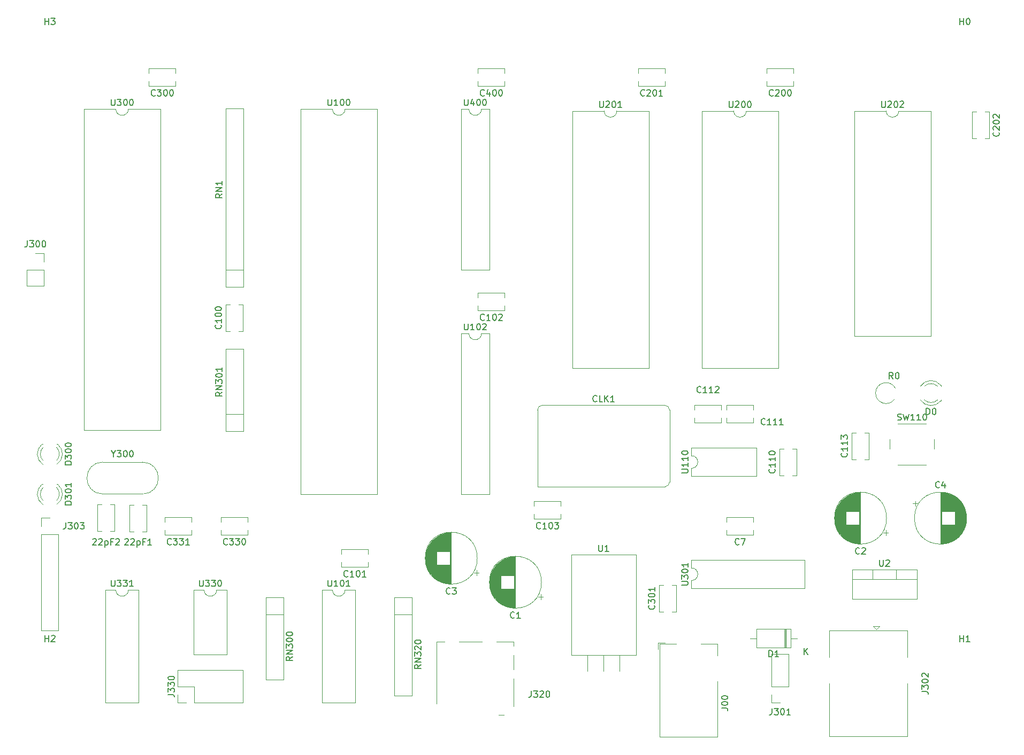
<source format=gto>
G04 #@! TF.GenerationSoftware,KiCad,Pcbnew,(5.1.10)-1*
G04 #@! TF.CreationDate,2021-12-04T16:57:34-06:00*
G04 #@! TF.ProjectId,68k8,36386b38-2e6b-4696-9361-645f70636258,rev?*
G04 #@! TF.SameCoordinates,Original*
G04 #@! TF.FileFunction,Legend,Top*
G04 #@! TF.FilePolarity,Positive*
%FSLAX46Y46*%
G04 Gerber Fmt 4.6, Leading zero omitted, Abs format (unit mm)*
G04 Created by KiCad (PCBNEW (5.1.10)-1) date 2021-12-04 16:57:34*
%MOMM*%
%LPD*%
G01*
G04 APERTURE LIST*
%ADD10C,0.120000*%
%ADD11C,0.150000*%
%ADD12O,2.200000X2.200000*%
%ADD13R,2.200000X2.200000*%
%ADD14O,1.600000X1.600000*%
%ADD15C,1.600000*%
%ADD16C,1.800000*%
%ADD17R,1.800000X1.800000*%
%ADD18R,3.500000X3.500000*%
%ADD19R,2.400000X1.600000*%
%ADD20O,2.400000X1.600000*%
%ADD21C,4.000000*%
%ADD22R,1.600000X1.600000*%
%ADD23R,1.700000X1.700000*%
%ADD24O,1.700000X1.700000*%
%ADD25C,1.700000*%
%ADD26C,3.500000*%
%ADD27R,0.850000X1.100000*%
%ADD28R,0.750000X1.100000*%
%ADD29R,1.170000X1.800000*%
%ADD30R,1.550000X1.350000*%
%ADD31R,1.200000X1.000000*%
%ADD32R,1.900000X1.350000*%
%ADD33C,2.000000*%
%ADD34O,3.500000X3.500000*%
%ADD35R,1.905000X2.000000*%
%ADD36O,1.905000X2.000000*%
%ADD37R,1.600000X2.400000*%
%ADD38O,1.600000X2.400000*%
%ADD39C,1.500000*%
G04 APERTURE END LIST*
D10*
X256974000Y-111960000D02*
X256974000Y-109020000D01*
X256974000Y-109020000D02*
X251534000Y-109020000D01*
X251534000Y-109020000D02*
X251534000Y-111960000D01*
X251534000Y-111960000D02*
X256974000Y-111960000D01*
X257994000Y-110490000D02*
X256974000Y-110490000D01*
X250514000Y-110490000D02*
X251534000Y-110490000D01*
X256074000Y-111960000D02*
X256074000Y-109020000D01*
X255954000Y-111960000D02*
X255954000Y-109020000D01*
X256194000Y-111960000D02*
X256194000Y-109020000D01*
X273378775Y-72599380D02*
G75*
G02*
X273487272Y-70828000I-1344775J971380D01*
G01*
X280706000Y-70548000D02*
X280706000Y-70392000D01*
X280706000Y-72864000D02*
X280706000Y-72708000D01*
X278104870Y-70548163D02*
G75*
G02*
X280186961Y-70548000I1041130J-1079837D01*
G01*
X278104870Y-72707837D02*
G75*
G03*
X280186961Y-72708000I1041130J1079837D01*
G01*
X277473665Y-70549392D02*
G75*
G02*
X280706000Y-70392484I1672335J-1078608D01*
G01*
X277473665Y-72706608D02*
G75*
G03*
X280706000Y-72863516I1672335J1078608D01*
G01*
X236192000Y-111368000D02*
X238792000Y-111368000D01*
X236192000Y-126068000D02*
X236192000Y-111368000D01*
X245392000Y-111368000D02*
X245392000Y-113268000D01*
X242692000Y-111368000D02*
X245392000Y-111368000D01*
X245392000Y-126068000D02*
X236192000Y-126068000D01*
X245392000Y-117268000D02*
X245392000Y-126068000D01*
X235992000Y-112218000D02*
X235992000Y-111168000D01*
X237042000Y-111168000D02*
X235992000Y-111168000D01*
X237050000Y-22960000D02*
X232810000Y-22960000D01*
X237050000Y-20220000D02*
X232810000Y-20220000D01*
X237050000Y-22960000D02*
X237050000Y-22255000D01*
X237050000Y-20925000D02*
X237050000Y-20220000D01*
X232810000Y-22960000D02*
X232810000Y-22255000D01*
X232810000Y-20925000D02*
X232810000Y-20220000D01*
X234485000Y-26915000D02*
X229425000Y-26915000D01*
X234485000Y-67675000D02*
X234485000Y-26915000D01*
X222365000Y-67675000D02*
X234485000Y-67675000D01*
X222365000Y-26915000D02*
X222365000Y-67675000D01*
X227425000Y-26915000D02*
X222365000Y-26915000D01*
X229425000Y-26915000D02*
G75*
G02*
X227425000Y-26915000I-1000000J0D01*
G01*
X138620000Y-86070000D02*
X138464000Y-86070000D01*
X140936000Y-86070000D02*
X140780000Y-86070000D01*
X138620163Y-88671130D02*
G75*
G02*
X138620000Y-86589039I1079837J1041130D01*
G01*
X140779837Y-88671130D02*
G75*
G03*
X140780000Y-86589039I-1079837J1041130D01*
G01*
X138621392Y-89302335D02*
G75*
G02*
X138464484Y-86070000I1078608J1672335D01*
G01*
X140778608Y-89302335D02*
G75*
G03*
X140935516Y-86070000I-1078608J1672335D01*
G01*
X138620000Y-79720000D02*
X138464000Y-79720000D01*
X140936000Y-79720000D02*
X140780000Y-79720000D01*
X138620163Y-82321130D02*
G75*
G02*
X138620000Y-80239039I1079837J1041130D01*
G01*
X140779837Y-82321130D02*
G75*
G03*
X140780000Y-80239039I-1079837J1041130D01*
G01*
X138621392Y-82952335D02*
G75*
G02*
X138464484Y-79720000I1078608J1672335D01*
G01*
X140778608Y-82952335D02*
G75*
G03*
X140935516Y-79720000I-1078608J1672335D01*
G01*
X191480000Y-26610000D02*
X186420000Y-26610000D01*
X191480000Y-87690000D02*
X191480000Y-26610000D01*
X179360000Y-87690000D02*
X191480000Y-87690000D01*
X179360000Y-26610000D02*
X179360000Y-87690000D01*
X184420000Y-26610000D02*
X179360000Y-26610000D01*
X186420000Y-26610000D02*
G75*
G02*
X184420000Y-26610000I-1000000J0D01*
G01*
X152300000Y-93580000D02*
X152300000Y-89340000D01*
X155040000Y-93580000D02*
X155040000Y-89340000D01*
X152300000Y-93580000D02*
X153005000Y-93580000D01*
X154335000Y-93580000D02*
X155040000Y-93580000D01*
X152300000Y-89340000D02*
X153005000Y-89340000D01*
X154335000Y-89340000D02*
X155040000Y-89340000D01*
X149255000Y-89300000D02*
X149960000Y-89300000D01*
X147220000Y-89300000D02*
X147925000Y-89300000D01*
X149255000Y-93540000D02*
X149960000Y-93540000D01*
X147220000Y-93540000D02*
X147925000Y-93540000D01*
X149960000Y-93540000D02*
X149960000Y-89300000D01*
X147220000Y-93540000D02*
X147220000Y-89300000D01*
X217500000Y-101600000D02*
G75*
G03*
X217500000Y-101600000I-4120000J0D01*
G01*
X213380000Y-105680000D02*
X213380000Y-97520000D01*
X213340000Y-105680000D02*
X213340000Y-97520000D01*
X213300000Y-105680000D02*
X213300000Y-97520000D01*
X213260000Y-105679000D02*
X213260000Y-97521000D01*
X213220000Y-105677000D02*
X213220000Y-97523000D01*
X213180000Y-105676000D02*
X213180000Y-97524000D01*
X213140000Y-105674000D02*
X213140000Y-102640000D01*
X213140000Y-100560000D02*
X213140000Y-97526000D01*
X213100000Y-105671000D02*
X213100000Y-102640000D01*
X213100000Y-100560000D02*
X213100000Y-97529000D01*
X213060000Y-105668000D02*
X213060000Y-102640000D01*
X213060000Y-100560000D02*
X213060000Y-97532000D01*
X213020000Y-105665000D02*
X213020000Y-102640000D01*
X213020000Y-100560000D02*
X213020000Y-97535000D01*
X212980000Y-105661000D02*
X212980000Y-102640000D01*
X212980000Y-100560000D02*
X212980000Y-97539000D01*
X212940000Y-105657000D02*
X212940000Y-102640000D01*
X212940000Y-100560000D02*
X212940000Y-97543000D01*
X212900000Y-105652000D02*
X212900000Y-102640000D01*
X212900000Y-100560000D02*
X212900000Y-97548000D01*
X212860000Y-105648000D02*
X212860000Y-102640000D01*
X212860000Y-100560000D02*
X212860000Y-97552000D01*
X212820000Y-105642000D02*
X212820000Y-102640000D01*
X212820000Y-100560000D02*
X212820000Y-97558000D01*
X212780000Y-105637000D02*
X212780000Y-102640000D01*
X212780000Y-100560000D02*
X212780000Y-97563000D01*
X212740000Y-105630000D02*
X212740000Y-102640000D01*
X212740000Y-100560000D02*
X212740000Y-97570000D01*
X212700000Y-105624000D02*
X212700000Y-102640000D01*
X212700000Y-100560000D02*
X212700000Y-97576000D01*
X212659000Y-105617000D02*
X212659000Y-102640000D01*
X212659000Y-100560000D02*
X212659000Y-97583000D01*
X212619000Y-105610000D02*
X212619000Y-102640000D01*
X212619000Y-100560000D02*
X212619000Y-97590000D01*
X212579000Y-105602000D02*
X212579000Y-102640000D01*
X212579000Y-100560000D02*
X212579000Y-97598000D01*
X212539000Y-105594000D02*
X212539000Y-102640000D01*
X212539000Y-100560000D02*
X212539000Y-97606000D01*
X212499000Y-105585000D02*
X212499000Y-102640000D01*
X212499000Y-100560000D02*
X212499000Y-97615000D01*
X212459000Y-105576000D02*
X212459000Y-102640000D01*
X212459000Y-100560000D02*
X212459000Y-97624000D01*
X212419000Y-105567000D02*
X212419000Y-102640000D01*
X212419000Y-100560000D02*
X212419000Y-97633000D01*
X212379000Y-105557000D02*
X212379000Y-102640000D01*
X212379000Y-100560000D02*
X212379000Y-97643000D01*
X212339000Y-105547000D02*
X212339000Y-102640000D01*
X212339000Y-100560000D02*
X212339000Y-97653000D01*
X212299000Y-105536000D02*
X212299000Y-102640000D01*
X212299000Y-100560000D02*
X212299000Y-97664000D01*
X212259000Y-105525000D02*
X212259000Y-102640000D01*
X212259000Y-100560000D02*
X212259000Y-97675000D01*
X212219000Y-105514000D02*
X212219000Y-102640000D01*
X212219000Y-100560000D02*
X212219000Y-97686000D01*
X212179000Y-105502000D02*
X212179000Y-102640000D01*
X212179000Y-100560000D02*
X212179000Y-97698000D01*
X212139000Y-105489000D02*
X212139000Y-102640000D01*
X212139000Y-100560000D02*
X212139000Y-97711000D01*
X212099000Y-105477000D02*
X212099000Y-102640000D01*
X212099000Y-100560000D02*
X212099000Y-97723000D01*
X212059000Y-105463000D02*
X212059000Y-102640000D01*
X212059000Y-100560000D02*
X212059000Y-97737000D01*
X212019000Y-105450000D02*
X212019000Y-102640000D01*
X212019000Y-100560000D02*
X212019000Y-97750000D01*
X211979000Y-105435000D02*
X211979000Y-102640000D01*
X211979000Y-100560000D02*
X211979000Y-97765000D01*
X211939000Y-105421000D02*
X211939000Y-102640000D01*
X211939000Y-100560000D02*
X211939000Y-97779000D01*
X211899000Y-105405000D02*
X211899000Y-102640000D01*
X211899000Y-100560000D02*
X211899000Y-97795000D01*
X211859000Y-105390000D02*
X211859000Y-102640000D01*
X211859000Y-100560000D02*
X211859000Y-97810000D01*
X211819000Y-105374000D02*
X211819000Y-102640000D01*
X211819000Y-100560000D02*
X211819000Y-97826000D01*
X211779000Y-105357000D02*
X211779000Y-102640000D01*
X211779000Y-100560000D02*
X211779000Y-97843000D01*
X211739000Y-105340000D02*
X211739000Y-102640000D01*
X211739000Y-100560000D02*
X211739000Y-97860000D01*
X211699000Y-105322000D02*
X211699000Y-102640000D01*
X211699000Y-100560000D02*
X211699000Y-97878000D01*
X211659000Y-105304000D02*
X211659000Y-102640000D01*
X211659000Y-100560000D02*
X211659000Y-97896000D01*
X211619000Y-105286000D02*
X211619000Y-102640000D01*
X211619000Y-100560000D02*
X211619000Y-97914000D01*
X211579000Y-105266000D02*
X211579000Y-102640000D01*
X211579000Y-100560000D02*
X211579000Y-97934000D01*
X211539000Y-105247000D02*
X211539000Y-102640000D01*
X211539000Y-100560000D02*
X211539000Y-97953000D01*
X211499000Y-105227000D02*
X211499000Y-102640000D01*
X211499000Y-100560000D02*
X211499000Y-97973000D01*
X211459000Y-105206000D02*
X211459000Y-102640000D01*
X211459000Y-100560000D02*
X211459000Y-97994000D01*
X211419000Y-105184000D02*
X211419000Y-102640000D01*
X211419000Y-100560000D02*
X211419000Y-98016000D01*
X211379000Y-105162000D02*
X211379000Y-102640000D01*
X211379000Y-100560000D02*
X211379000Y-98038000D01*
X211339000Y-105140000D02*
X211339000Y-102640000D01*
X211339000Y-100560000D02*
X211339000Y-98060000D01*
X211299000Y-105117000D02*
X211299000Y-102640000D01*
X211299000Y-100560000D02*
X211299000Y-98083000D01*
X211259000Y-105093000D02*
X211259000Y-102640000D01*
X211259000Y-100560000D02*
X211259000Y-98107000D01*
X211219000Y-105069000D02*
X211219000Y-102640000D01*
X211219000Y-100560000D02*
X211219000Y-98131000D01*
X211179000Y-105044000D02*
X211179000Y-102640000D01*
X211179000Y-100560000D02*
X211179000Y-98156000D01*
X211139000Y-105018000D02*
X211139000Y-102640000D01*
X211139000Y-100560000D02*
X211139000Y-98182000D01*
X211099000Y-104992000D02*
X211099000Y-102640000D01*
X211099000Y-100560000D02*
X211099000Y-98208000D01*
X211059000Y-104965000D02*
X211059000Y-98235000D01*
X211019000Y-104938000D02*
X211019000Y-98262000D01*
X210979000Y-104909000D02*
X210979000Y-98291000D01*
X210939000Y-104880000D02*
X210939000Y-98320000D01*
X210899000Y-104850000D02*
X210899000Y-98350000D01*
X210859000Y-104820000D02*
X210859000Y-98380000D01*
X210819000Y-104789000D02*
X210819000Y-98411000D01*
X210779000Y-104756000D02*
X210779000Y-98444000D01*
X210739000Y-104724000D02*
X210739000Y-98476000D01*
X210699000Y-104690000D02*
X210699000Y-98510000D01*
X210659000Y-104655000D02*
X210659000Y-98545000D01*
X210619000Y-104619000D02*
X210619000Y-98581000D01*
X210579000Y-104583000D02*
X210579000Y-98617000D01*
X210539000Y-104545000D02*
X210539000Y-98655000D01*
X210499000Y-104507000D02*
X210499000Y-98693000D01*
X210459000Y-104467000D02*
X210459000Y-98733000D01*
X210419000Y-104426000D02*
X210419000Y-98774000D01*
X210379000Y-104384000D02*
X210379000Y-98816000D01*
X210339000Y-104341000D02*
X210339000Y-98859000D01*
X210299000Y-104297000D02*
X210299000Y-98903000D01*
X210259000Y-104251000D02*
X210259000Y-98949000D01*
X210219000Y-104204000D02*
X210219000Y-98996000D01*
X210179000Y-104156000D02*
X210179000Y-99044000D01*
X210139000Y-104105000D02*
X210139000Y-99095000D01*
X210099000Y-104054000D02*
X210099000Y-99146000D01*
X210059000Y-104000000D02*
X210059000Y-99200000D01*
X210019000Y-103945000D02*
X210019000Y-99255000D01*
X209979000Y-103887000D02*
X209979000Y-99313000D01*
X209939000Y-103828000D02*
X209939000Y-99372000D01*
X209899000Y-103766000D02*
X209899000Y-99434000D01*
X209859000Y-103702000D02*
X209859000Y-99498000D01*
X209819000Y-103634000D02*
X209819000Y-99566000D01*
X209779000Y-103564000D02*
X209779000Y-99636000D01*
X209739000Y-103490000D02*
X209739000Y-99710000D01*
X209699000Y-103413000D02*
X209699000Y-99787000D01*
X209659000Y-103331000D02*
X209659000Y-99869000D01*
X209619000Y-103245000D02*
X209619000Y-99955000D01*
X209579000Y-103152000D02*
X209579000Y-100048000D01*
X209539000Y-103053000D02*
X209539000Y-100147000D01*
X209499000Y-102946000D02*
X209499000Y-100254000D01*
X209459000Y-102829000D02*
X209459000Y-100371000D01*
X209419000Y-102698000D02*
X209419000Y-100502000D01*
X209379000Y-102548000D02*
X209379000Y-100652000D01*
X209339000Y-102368000D02*
X209339000Y-100832000D01*
X209299000Y-102133000D02*
X209299000Y-101067000D01*
X217789698Y-103915000D02*
X216989698Y-103915000D01*
X217389698Y-104315000D02*
X217389698Y-103515000D01*
X271999698Y-94155000D02*
X271999698Y-93355000D01*
X272399698Y-93755000D02*
X271599698Y-93755000D01*
X263909000Y-91973000D02*
X263909000Y-90907000D01*
X263949000Y-92208000D02*
X263949000Y-90672000D01*
X263989000Y-92388000D02*
X263989000Y-90492000D01*
X264029000Y-92538000D02*
X264029000Y-90342000D01*
X264069000Y-92669000D02*
X264069000Y-90211000D01*
X264109000Y-92786000D02*
X264109000Y-90094000D01*
X264149000Y-92893000D02*
X264149000Y-89987000D01*
X264189000Y-92992000D02*
X264189000Y-89888000D01*
X264229000Y-93085000D02*
X264229000Y-89795000D01*
X264269000Y-93171000D02*
X264269000Y-89709000D01*
X264309000Y-93253000D02*
X264309000Y-89627000D01*
X264349000Y-93330000D02*
X264349000Y-89550000D01*
X264389000Y-93404000D02*
X264389000Y-89476000D01*
X264429000Y-93474000D02*
X264429000Y-89406000D01*
X264469000Y-93542000D02*
X264469000Y-89338000D01*
X264509000Y-93606000D02*
X264509000Y-89274000D01*
X264549000Y-93668000D02*
X264549000Y-89212000D01*
X264589000Y-93727000D02*
X264589000Y-89153000D01*
X264629000Y-93785000D02*
X264629000Y-89095000D01*
X264669000Y-93840000D02*
X264669000Y-89040000D01*
X264709000Y-93894000D02*
X264709000Y-88986000D01*
X264749000Y-93945000D02*
X264749000Y-88935000D01*
X264789000Y-93996000D02*
X264789000Y-88884000D01*
X264829000Y-94044000D02*
X264829000Y-88836000D01*
X264869000Y-94091000D02*
X264869000Y-88789000D01*
X264909000Y-94137000D02*
X264909000Y-88743000D01*
X264949000Y-94181000D02*
X264949000Y-88699000D01*
X264989000Y-94224000D02*
X264989000Y-88656000D01*
X265029000Y-94266000D02*
X265029000Y-88614000D01*
X265069000Y-94307000D02*
X265069000Y-88573000D01*
X265109000Y-94347000D02*
X265109000Y-88533000D01*
X265149000Y-94385000D02*
X265149000Y-88495000D01*
X265189000Y-94423000D02*
X265189000Y-88457000D01*
X265229000Y-94459000D02*
X265229000Y-88421000D01*
X265269000Y-94495000D02*
X265269000Y-88385000D01*
X265309000Y-94530000D02*
X265309000Y-88350000D01*
X265349000Y-94564000D02*
X265349000Y-88316000D01*
X265389000Y-94596000D02*
X265389000Y-88284000D01*
X265429000Y-94629000D02*
X265429000Y-88251000D01*
X265469000Y-94660000D02*
X265469000Y-88220000D01*
X265509000Y-94690000D02*
X265509000Y-88190000D01*
X265549000Y-94720000D02*
X265549000Y-88160000D01*
X265589000Y-94749000D02*
X265589000Y-88131000D01*
X265629000Y-94778000D02*
X265629000Y-88102000D01*
X265669000Y-94805000D02*
X265669000Y-88075000D01*
X265709000Y-90400000D02*
X265709000Y-88048000D01*
X265709000Y-94832000D02*
X265709000Y-92480000D01*
X265749000Y-90400000D02*
X265749000Y-88022000D01*
X265749000Y-94858000D02*
X265749000Y-92480000D01*
X265789000Y-90400000D02*
X265789000Y-87996000D01*
X265789000Y-94884000D02*
X265789000Y-92480000D01*
X265829000Y-90400000D02*
X265829000Y-87971000D01*
X265829000Y-94909000D02*
X265829000Y-92480000D01*
X265869000Y-90400000D02*
X265869000Y-87947000D01*
X265869000Y-94933000D02*
X265869000Y-92480000D01*
X265909000Y-90400000D02*
X265909000Y-87923000D01*
X265909000Y-94957000D02*
X265909000Y-92480000D01*
X265949000Y-90400000D02*
X265949000Y-87900000D01*
X265949000Y-94980000D02*
X265949000Y-92480000D01*
X265989000Y-90400000D02*
X265989000Y-87878000D01*
X265989000Y-95002000D02*
X265989000Y-92480000D01*
X266029000Y-90400000D02*
X266029000Y-87856000D01*
X266029000Y-95024000D02*
X266029000Y-92480000D01*
X266069000Y-90400000D02*
X266069000Y-87834000D01*
X266069000Y-95046000D02*
X266069000Y-92480000D01*
X266109000Y-90400000D02*
X266109000Y-87813000D01*
X266109000Y-95067000D02*
X266109000Y-92480000D01*
X266149000Y-90400000D02*
X266149000Y-87793000D01*
X266149000Y-95087000D02*
X266149000Y-92480000D01*
X266189000Y-90400000D02*
X266189000Y-87774000D01*
X266189000Y-95106000D02*
X266189000Y-92480000D01*
X266229000Y-90400000D02*
X266229000Y-87754000D01*
X266229000Y-95126000D02*
X266229000Y-92480000D01*
X266269000Y-90400000D02*
X266269000Y-87736000D01*
X266269000Y-95144000D02*
X266269000Y-92480000D01*
X266309000Y-90400000D02*
X266309000Y-87718000D01*
X266309000Y-95162000D02*
X266309000Y-92480000D01*
X266349000Y-90400000D02*
X266349000Y-87700000D01*
X266349000Y-95180000D02*
X266349000Y-92480000D01*
X266389000Y-90400000D02*
X266389000Y-87683000D01*
X266389000Y-95197000D02*
X266389000Y-92480000D01*
X266429000Y-90400000D02*
X266429000Y-87666000D01*
X266429000Y-95214000D02*
X266429000Y-92480000D01*
X266469000Y-90400000D02*
X266469000Y-87650000D01*
X266469000Y-95230000D02*
X266469000Y-92480000D01*
X266509000Y-90400000D02*
X266509000Y-87635000D01*
X266509000Y-95245000D02*
X266509000Y-92480000D01*
X266549000Y-90400000D02*
X266549000Y-87619000D01*
X266549000Y-95261000D02*
X266549000Y-92480000D01*
X266589000Y-90400000D02*
X266589000Y-87605000D01*
X266589000Y-95275000D02*
X266589000Y-92480000D01*
X266629000Y-90400000D02*
X266629000Y-87590000D01*
X266629000Y-95290000D02*
X266629000Y-92480000D01*
X266669000Y-90400000D02*
X266669000Y-87577000D01*
X266669000Y-95303000D02*
X266669000Y-92480000D01*
X266709000Y-90400000D02*
X266709000Y-87563000D01*
X266709000Y-95317000D02*
X266709000Y-92480000D01*
X266749000Y-90400000D02*
X266749000Y-87551000D01*
X266749000Y-95329000D02*
X266749000Y-92480000D01*
X266789000Y-90400000D02*
X266789000Y-87538000D01*
X266789000Y-95342000D02*
X266789000Y-92480000D01*
X266829000Y-90400000D02*
X266829000Y-87526000D01*
X266829000Y-95354000D02*
X266829000Y-92480000D01*
X266869000Y-90400000D02*
X266869000Y-87515000D01*
X266869000Y-95365000D02*
X266869000Y-92480000D01*
X266909000Y-90400000D02*
X266909000Y-87504000D01*
X266909000Y-95376000D02*
X266909000Y-92480000D01*
X266949000Y-90400000D02*
X266949000Y-87493000D01*
X266949000Y-95387000D02*
X266949000Y-92480000D01*
X266989000Y-90400000D02*
X266989000Y-87483000D01*
X266989000Y-95397000D02*
X266989000Y-92480000D01*
X267029000Y-90400000D02*
X267029000Y-87473000D01*
X267029000Y-95407000D02*
X267029000Y-92480000D01*
X267069000Y-90400000D02*
X267069000Y-87464000D01*
X267069000Y-95416000D02*
X267069000Y-92480000D01*
X267109000Y-90400000D02*
X267109000Y-87455000D01*
X267109000Y-95425000D02*
X267109000Y-92480000D01*
X267149000Y-90400000D02*
X267149000Y-87446000D01*
X267149000Y-95434000D02*
X267149000Y-92480000D01*
X267189000Y-90400000D02*
X267189000Y-87438000D01*
X267189000Y-95442000D02*
X267189000Y-92480000D01*
X267229000Y-90400000D02*
X267229000Y-87430000D01*
X267229000Y-95450000D02*
X267229000Y-92480000D01*
X267269000Y-90400000D02*
X267269000Y-87423000D01*
X267269000Y-95457000D02*
X267269000Y-92480000D01*
X267310000Y-90400000D02*
X267310000Y-87416000D01*
X267310000Y-95464000D02*
X267310000Y-92480000D01*
X267350000Y-90400000D02*
X267350000Y-87410000D01*
X267350000Y-95470000D02*
X267350000Y-92480000D01*
X267390000Y-90400000D02*
X267390000Y-87403000D01*
X267390000Y-95477000D02*
X267390000Y-92480000D01*
X267430000Y-90400000D02*
X267430000Y-87398000D01*
X267430000Y-95482000D02*
X267430000Y-92480000D01*
X267470000Y-90400000D02*
X267470000Y-87392000D01*
X267470000Y-95488000D02*
X267470000Y-92480000D01*
X267510000Y-90400000D02*
X267510000Y-87388000D01*
X267510000Y-95492000D02*
X267510000Y-92480000D01*
X267550000Y-90400000D02*
X267550000Y-87383000D01*
X267550000Y-95497000D02*
X267550000Y-92480000D01*
X267590000Y-90400000D02*
X267590000Y-87379000D01*
X267590000Y-95501000D02*
X267590000Y-92480000D01*
X267630000Y-90400000D02*
X267630000Y-87375000D01*
X267630000Y-95505000D02*
X267630000Y-92480000D01*
X267670000Y-90400000D02*
X267670000Y-87372000D01*
X267670000Y-95508000D02*
X267670000Y-92480000D01*
X267710000Y-90400000D02*
X267710000Y-87369000D01*
X267710000Y-95511000D02*
X267710000Y-92480000D01*
X267750000Y-90400000D02*
X267750000Y-87366000D01*
X267750000Y-95514000D02*
X267750000Y-92480000D01*
X267790000Y-95516000D02*
X267790000Y-87364000D01*
X267830000Y-95517000D02*
X267830000Y-87363000D01*
X267870000Y-95519000D02*
X267870000Y-87361000D01*
X267910000Y-95520000D02*
X267910000Y-87360000D01*
X267950000Y-95520000D02*
X267950000Y-87360000D01*
X267990000Y-95520000D02*
X267990000Y-87360000D01*
X272110000Y-91440000D02*
G75*
G03*
X272110000Y-91440000I-4120000J0D01*
G01*
X207340000Y-97790000D02*
G75*
G03*
X207340000Y-97790000I-4120000J0D01*
G01*
X203220000Y-101870000D02*
X203220000Y-93710000D01*
X203180000Y-101870000D02*
X203180000Y-93710000D01*
X203140000Y-101870000D02*
X203140000Y-93710000D01*
X203100000Y-101869000D02*
X203100000Y-93711000D01*
X203060000Y-101867000D02*
X203060000Y-93713000D01*
X203020000Y-101866000D02*
X203020000Y-93714000D01*
X202980000Y-101864000D02*
X202980000Y-98830000D01*
X202980000Y-96750000D02*
X202980000Y-93716000D01*
X202940000Y-101861000D02*
X202940000Y-98830000D01*
X202940000Y-96750000D02*
X202940000Y-93719000D01*
X202900000Y-101858000D02*
X202900000Y-98830000D01*
X202900000Y-96750000D02*
X202900000Y-93722000D01*
X202860000Y-101855000D02*
X202860000Y-98830000D01*
X202860000Y-96750000D02*
X202860000Y-93725000D01*
X202820000Y-101851000D02*
X202820000Y-98830000D01*
X202820000Y-96750000D02*
X202820000Y-93729000D01*
X202780000Y-101847000D02*
X202780000Y-98830000D01*
X202780000Y-96750000D02*
X202780000Y-93733000D01*
X202740000Y-101842000D02*
X202740000Y-98830000D01*
X202740000Y-96750000D02*
X202740000Y-93738000D01*
X202700000Y-101838000D02*
X202700000Y-98830000D01*
X202700000Y-96750000D02*
X202700000Y-93742000D01*
X202660000Y-101832000D02*
X202660000Y-98830000D01*
X202660000Y-96750000D02*
X202660000Y-93748000D01*
X202620000Y-101827000D02*
X202620000Y-98830000D01*
X202620000Y-96750000D02*
X202620000Y-93753000D01*
X202580000Y-101820000D02*
X202580000Y-98830000D01*
X202580000Y-96750000D02*
X202580000Y-93760000D01*
X202540000Y-101814000D02*
X202540000Y-98830000D01*
X202540000Y-96750000D02*
X202540000Y-93766000D01*
X202499000Y-101807000D02*
X202499000Y-98830000D01*
X202499000Y-96750000D02*
X202499000Y-93773000D01*
X202459000Y-101800000D02*
X202459000Y-98830000D01*
X202459000Y-96750000D02*
X202459000Y-93780000D01*
X202419000Y-101792000D02*
X202419000Y-98830000D01*
X202419000Y-96750000D02*
X202419000Y-93788000D01*
X202379000Y-101784000D02*
X202379000Y-98830000D01*
X202379000Y-96750000D02*
X202379000Y-93796000D01*
X202339000Y-101775000D02*
X202339000Y-98830000D01*
X202339000Y-96750000D02*
X202339000Y-93805000D01*
X202299000Y-101766000D02*
X202299000Y-98830000D01*
X202299000Y-96750000D02*
X202299000Y-93814000D01*
X202259000Y-101757000D02*
X202259000Y-98830000D01*
X202259000Y-96750000D02*
X202259000Y-93823000D01*
X202219000Y-101747000D02*
X202219000Y-98830000D01*
X202219000Y-96750000D02*
X202219000Y-93833000D01*
X202179000Y-101737000D02*
X202179000Y-98830000D01*
X202179000Y-96750000D02*
X202179000Y-93843000D01*
X202139000Y-101726000D02*
X202139000Y-98830000D01*
X202139000Y-96750000D02*
X202139000Y-93854000D01*
X202099000Y-101715000D02*
X202099000Y-98830000D01*
X202099000Y-96750000D02*
X202099000Y-93865000D01*
X202059000Y-101704000D02*
X202059000Y-98830000D01*
X202059000Y-96750000D02*
X202059000Y-93876000D01*
X202019000Y-101692000D02*
X202019000Y-98830000D01*
X202019000Y-96750000D02*
X202019000Y-93888000D01*
X201979000Y-101679000D02*
X201979000Y-98830000D01*
X201979000Y-96750000D02*
X201979000Y-93901000D01*
X201939000Y-101667000D02*
X201939000Y-98830000D01*
X201939000Y-96750000D02*
X201939000Y-93913000D01*
X201899000Y-101653000D02*
X201899000Y-98830000D01*
X201899000Y-96750000D02*
X201899000Y-93927000D01*
X201859000Y-101640000D02*
X201859000Y-98830000D01*
X201859000Y-96750000D02*
X201859000Y-93940000D01*
X201819000Y-101625000D02*
X201819000Y-98830000D01*
X201819000Y-96750000D02*
X201819000Y-93955000D01*
X201779000Y-101611000D02*
X201779000Y-98830000D01*
X201779000Y-96750000D02*
X201779000Y-93969000D01*
X201739000Y-101595000D02*
X201739000Y-98830000D01*
X201739000Y-96750000D02*
X201739000Y-93985000D01*
X201699000Y-101580000D02*
X201699000Y-98830000D01*
X201699000Y-96750000D02*
X201699000Y-94000000D01*
X201659000Y-101564000D02*
X201659000Y-98830000D01*
X201659000Y-96750000D02*
X201659000Y-94016000D01*
X201619000Y-101547000D02*
X201619000Y-98830000D01*
X201619000Y-96750000D02*
X201619000Y-94033000D01*
X201579000Y-101530000D02*
X201579000Y-98830000D01*
X201579000Y-96750000D02*
X201579000Y-94050000D01*
X201539000Y-101512000D02*
X201539000Y-98830000D01*
X201539000Y-96750000D02*
X201539000Y-94068000D01*
X201499000Y-101494000D02*
X201499000Y-98830000D01*
X201499000Y-96750000D02*
X201499000Y-94086000D01*
X201459000Y-101476000D02*
X201459000Y-98830000D01*
X201459000Y-96750000D02*
X201459000Y-94104000D01*
X201419000Y-101456000D02*
X201419000Y-98830000D01*
X201419000Y-96750000D02*
X201419000Y-94124000D01*
X201379000Y-101437000D02*
X201379000Y-98830000D01*
X201379000Y-96750000D02*
X201379000Y-94143000D01*
X201339000Y-101417000D02*
X201339000Y-98830000D01*
X201339000Y-96750000D02*
X201339000Y-94163000D01*
X201299000Y-101396000D02*
X201299000Y-98830000D01*
X201299000Y-96750000D02*
X201299000Y-94184000D01*
X201259000Y-101374000D02*
X201259000Y-98830000D01*
X201259000Y-96750000D02*
X201259000Y-94206000D01*
X201219000Y-101352000D02*
X201219000Y-98830000D01*
X201219000Y-96750000D02*
X201219000Y-94228000D01*
X201179000Y-101330000D02*
X201179000Y-98830000D01*
X201179000Y-96750000D02*
X201179000Y-94250000D01*
X201139000Y-101307000D02*
X201139000Y-98830000D01*
X201139000Y-96750000D02*
X201139000Y-94273000D01*
X201099000Y-101283000D02*
X201099000Y-98830000D01*
X201099000Y-96750000D02*
X201099000Y-94297000D01*
X201059000Y-101259000D02*
X201059000Y-98830000D01*
X201059000Y-96750000D02*
X201059000Y-94321000D01*
X201019000Y-101234000D02*
X201019000Y-98830000D01*
X201019000Y-96750000D02*
X201019000Y-94346000D01*
X200979000Y-101208000D02*
X200979000Y-98830000D01*
X200979000Y-96750000D02*
X200979000Y-94372000D01*
X200939000Y-101182000D02*
X200939000Y-98830000D01*
X200939000Y-96750000D02*
X200939000Y-94398000D01*
X200899000Y-101155000D02*
X200899000Y-94425000D01*
X200859000Y-101128000D02*
X200859000Y-94452000D01*
X200819000Y-101099000D02*
X200819000Y-94481000D01*
X200779000Y-101070000D02*
X200779000Y-94510000D01*
X200739000Y-101040000D02*
X200739000Y-94540000D01*
X200699000Y-101010000D02*
X200699000Y-94570000D01*
X200659000Y-100979000D02*
X200659000Y-94601000D01*
X200619000Y-100946000D02*
X200619000Y-94634000D01*
X200579000Y-100914000D02*
X200579000Y-94666000D01*
X200539000Y-100880000D02*
X200539000Y-94700000D01*
X200499000Y-100845000D02*
X200499000Y-94735000D01*
X200459000Y-100809000D02*
X200459000Y-94771000D01*
X200419000Y-100773000D02*
X200419000Y-94807000D01*
X200379000Y-100735000D02*
X200379000Y-94845000D01*
X200339000Y-100697000D02*
X200339000Y-94883000D01*
X200299000Y-100657000D02*
X200299000Y-94923000D01*
X200259000Y-100616000D02*
X200259000Y-94964000D01*
X200219000Y-100574000D02*
X200219000Y-95006000D01*
X200179000Y-100531000D02*
X200179000Y-95049000D01*
X200139000Y-100487000D02*
X200139000Y-95093000D01*
X200099000Y-100441000D02*
X200099000Y-95139000D01*
X200059000Y-100394000D02*
X200059000Y-95186000D01*
X200019000Y-100346000D02*
X200019000Y-95234000D01*
X199979000Y-100295000D02*
X199979000Y-95285000D01*
X199939000Y-100244000D02*
X199939000Y-95336000D01*
X199899000Y-100190000D02*
X199899000Y-95390000D01*
X199859000Y-100135000D02*
X199859000Y-95445000D01*
X199819000Y-100077000D02*
X199819000Y-95503000D01*
X199779000Y-100018000D02*
X199779000Y-95562000D01*
X199739000Y-99956000D02*
X199739000Y-95624000D01*
X199699000Y-99892000D02*
X199699000Y-95688000D01*
X199659000Y-99824000D02*
X199659000Y-95756000D01*
X199619000Y-99754000D02*
X199619000Y-95826000D01*
X199579000Y-99680000D02*
X199579000Y-95900000D01*
X199539000Y-99603000D02*
X199539000Y-95977000D01*
X199499000Y-99521000D02*
X199499000Y-96059000D01*
X199459000Y-99435000D02*
X199459000Y-96145000D01*
X199419000Y-99342000D02*
X199419000Y-96238000D01*
X199379000Y-99243000D02*
X199379000Y-96337000D01*
X199339000Y-99136000D02*
X199339000Y-96444000D01*
X199299000Y-99019000D02*
X199299000Y-96561000D01*
X199259000Y-98888000D02*
X199259000Y-96692000D01*
X199219000Y-98738000D02*
X199219000Y-96842000D01*
X199179000Y-98558000D02*
X199179000Y-97022000D01*
X199139000Y-98323000D02*
X199139000Y-97257000D01*
X207629698Y-100105000D02*
X206829698Y-100105000D01*
X207229698Y-100505000D02*
X207229698Y-99705000D01*
X276640302Y-88725000D02*
X276640302Y-89525000D01*
X276240302Y-89125000D02*
X277040302Y-89125000D01*
X284731000Y-90907000D02*
X284731000Y-91973000D01*
X284691000Y-90672000D02*
X284691000Y-92208000D01*
X284651000Y-90492000D02*
X284651000Y-92388000D01*
X284611000Y-90342000D02*
X284611000Y-92538000D01*
X284571000Y-90211000D02*
X284571000Y-92669000D01*
X284531000Y-90094000D02*
X284531000Y-92786000D01*
X284491000Y-89987000D02*
X284491000Y-92893000D01*
X284451000Y-89888000D02*
X284451000Y-92992000D01*
X284411000Y-89795000D02*
X284411000Y-93085000D01*
X284371000Y-89709000D02*
X284371000Y-93171000D01*
X284331000Y-89627000D02*
X284331000Y-93253000D01*
X284291000Y-89550000D02*
X284291000Y-93330000D01*
X284251000Y-89476000D02*
X284251000Y-93404000D01*
X284211000Y-89406000D02*
X284211000Y-93474000D01*
X284171000Y-89338000D02*
X284171000Y-93542000D01*
X284131000Y-89274000D02*
X284131000Y-93606000D01*
X284091000Y-89212000D02*
X284091000Y-93668000D01*
X284051000Y-89153000D02*
X284051000Y-93727000D01*
X284011000Y-89095000D02*
X284011000Y-93785000D01*
X283971000Y-89040000D02*
X283971000Y-93840000D01*
X283931000Y-88986000D02*
X283931000Y-93894000D01*
X283891000Y-88935000D02*
X283891000Y-93945000D01*
X283851000Y-88884000D02*
X283851000Y-93996000D01*
X283811000Y-88836000D02*
X283811000Y-94044000D01*
X283771000Y-88789000D02*
X283771000Y-94091000D01*
X283731000Y-88743000D02*
X283731000Y-94137000D01*
X283691000Y-88699000D02*
X283691000Y-94181000D01*
X283651000Y-88656000D02*
X283651000Y-94224000D01*
X283611000Y-88614000D02*
X283611000Y-94266000D01*
X283571000Y-88573000D02*
X283571000Y-94307000D01*
X283531000Y-88533000D02*
X283531000Y-94347000D01*
X283491000Y-88495000D02*
X283491000Y-94385000D01*
X283451000Y-88457000D02*
X283451000Y-94423000D01*
X283411000Y-88421000D02*
X283411000Y-94459000D01*
X283371000Y-88385000D02*
X283371000Y-94495000D01*
X283331000Y-88350000D02*
X283331000Y-94530000D01*
X283291000Y-88316000D02*
X283291000Y-94564000D01*
X283251000Y-88284000D02*
X283251000Y-94596000D01*
X283211000Y-88251000D02*
X283211000Y-94629000D01*
X283171000Y-88220000D02*
X283171000Y-94660000D01*
X283131000Y-88190000D02*
X283131000Y-94690000D01*
X283091000Y-88160000D02*
X283091000Y-94720000D01*
X283051000Y-88131000D02*
X283051000Y-94749000D01*
X283011000Y-88102000D02*
X283011000Y-94778000D01*
X282971000Y-88075000D02*
X282971000Y-94805000D01*
X282931000Y-92480000D02*
X282931000Y-94832000D01*
X282931000Y-88048000D02*
X282931000Y-90400000D01*
X282891000Y-92480000D02*
X282891000Y-94858000D01*
X282891000Y-88022000D02*
X282891000Y-90400000D01*
X282851000Y-92480000D02*
X282851000Y-94884000D01*
X282851000Y-87996000D02*
X282851000Y-90400000D01*
X282811000Y-92480000D02*
X282811000Y-94909000D01*
X282811000Y-87971000D02*
X282811000Y-90400000D01*
X282771000Y-92480000D02*
X282771000Y-94933000D01*
X282771000Y-87947000D02*
X282771000Y-90400000D01*
X282731000Y-92480000D02*
X282731000Y-94957000D01*
X282731000Y-87923000D02*
X282731000Y-90400000D01*
X282691000Y-92480000D02*
X282691000Y-94980000D01*
X282691000Y-87900000D02*
X282691000Y-90400000D01*
X282651000Y-92480000D02*
X282651000Y-95002000D01*
X282651000Y-87878000D02*
X282651000Y-90400000D01*
X282611000Y-92480000D02*
X282611000Y-95024000D01*
X282611000Y-87856000D02*
X282611000Y-90400000D01*
X282571000Y-92480000D02*
X282571000Y-95046000D01*
X282571000Y-87834000D02*
X282571000Y-90400000D01*
X282531000Y-92480000D02*
X282531000Y-95067000D01*
X282531000Y-87813000D02*
X282531000Y-90400000D01*
X282491000Y-92480000D02*
X282491000Y-95087000D01*
X282491000Y-87793000D02*
X282491000Y-90400000D01*
X282451000Y-92480000D02*
X282451000Y-95106000D01*
X282451000Y-87774000D02*
X282451000Y-90400000D01*
X282411000Y-92480000D02*
X282411000Y-95126000D01*
X282411000Y-87754000D02*
X282411000Y-90400000D01*
X282371000Y-92480000D02*
X282371000Y-95144000D01*
X282371000Y-87736000D02*
X282371000Y-90400000D01*
X282331000Y-92480000D02*
X282331000Y-95162000D01*
X282331000Y-87718000D02*
X282331000Y-90400000D01*
X282291000Y-92480000D02*
X282291000Y-95180000D01*
X282291000Y-87700000D02*
X282291000Y-90400000D01*
X282251000Y-92480000D02*
X282251000Y-95197000D01*
X282251000Y-87683000D02*
X282251000Y-90400000D01*
X282211000Y-92480000D02*
X282211000Y-95214000D01*
X282211000Y-87666000D02*
X282211000Y-90400000D01*
X282171000Y-92480000D02*
X282171000Y-95230000D01*
X282171000Y-87650000D02*
X282171000Y-90400000D01*
X282131000Y-92480000D02*
X282131000Y-95245000D01*
X282131000Y-87635000D02*
X282131000Y-90400000D01*
X282091000Y-92480000D02*
X282091000Y-95261000D01*
X282091000Y-87619000D02*
X282091000Y-90400000D01*
X282051000Y-92480000D02*
X282051000Y-95275000D01*
X282051000Y-87605000D02*
X282051000Y-90400000D01*
X282011000Y-92480000D02*
X282011000Y-95290000D01*
X282011000Y-87590000D02*
X282011000Y-90400000D01*
X281971000Y-92480000D02*
X281971000Y-95303000D01*
X281971000Y-87577000D02*
X281971000Y-90400000D01*
X281931000Y-92480000D02*
X281931000Y-95317000D01*
X281931000Y-87563000D02*
X281931000Y-90400000D01*
X281891000Y-92480000D02*
X281891000Y-95329000D01*
X281891000Y-87551000D02*
X281891000Y-90400000D01*
X281851000Y-92480000D02*
X281851000Y-95342000D01*
X281851000Y-87538000D02*
X281851000Y-90400000D01*
X281811000Y-92480000D02*
X281811000Y-95354000D01*
X281811000Y-87526000D02*
X281811000Y-90400000D01*
X281771000Y-92480000D02*
X281771000Y-95365000D01*
X281771000Y-87515000D02*
X281771000Y-90400000D01*
X281731000Y-92480000D02*
X281731000Y-95376000D01*
X281731000Y-87504000D02*
X281731000Y-90400000D01*
X281691000Y-92480000D02*
X281691000Y-95387000D01*
X281691000Y-87493000D02*
X281691000Y-90400000D01*
X281651000Y-92480000D02*
X281651000Y-95397000D01*
X281651000Y-87483000D02*
X281651000Y-90400000D01*
X281611000Y-92480000D02*
X281611000Y-95407000D01*
X281611000Y-87473000D02*
X281611000Y-90400000D01*
X281571000Y-92480000D02*
X281571000Y-95416000D01*
X281571000Y-87464000D02*
X281571000Y-90400000D01*
X281531000Y-92480000D02*
X281531000Y-95425000D01*
X281531000Y-87455000D02*
X281531000Y-90400000D01*
X281491000Y-92480000D02*
X281491000Y-95434000D01*
X281491000Y-87446000D02*
X281491000Y-90400000D01*
X281451000Y-92480000D02*
X281451000Y-95442000D01*
X281451000Y-87438000D02*
X281451000Y-90400000D01*
X281411000Y-92480000D02*
X281411000Y-95450000D01*
X281411000Y-87430000D02*
X281411000Y-90400000D01*
X281371000Y-92480000D02*
X281371000Y-95457000D01*
X281371000Y-87423000D02*
X281371000Y-90400000D01*
X281330000Y-92480000D02*
X281330000Y-95464000D01*
X281330000Y-87416000D02*
X281330000Y-90400000D01*
X281290000Y-92480000D02*
X281290000Y-95470000D01*
X281290000Y-87410000D02*
X281290000Y-90400000D01*
X281250000Y-92480000D02*
X281250000Y-95477000D01*
X281250000Y-87403000D02*
X281250000Y-90400000D01*
X281210000Y-92480000D02*
X281210000Y-95482000D01*
X281210000Y-87398000D02*
X281210000Y-90400000D01*
X281170000Y-92480000D02*
X281170000Y-95488000D01*
X281170000Y-87392000D02*
X281170000Y-90400000D01*
X281130000Y-92480000D02*
X281130000Y-95492000D01*
X281130000Y-87388000D02*
X281130000Y-90400000D01*
X281090000Y-92480000D02*
X281090000Y-95497000D01*
X281090000Y-87383000D02*
X281090000Y-90400000D01*
X281050000Y-92480000D02*
X281050000Y-95501000D01*
X281050000Y-87379000D02*
X281050000Y-90400000D01*
X281010000Y-92480000D02*
X281010000Y-95505000D01*
X281010000Y-87375000D02*
X281010000Y-90400000D01*
X280970000Y-92480000D02*
X280970000Y-95508000D01*
X280970000Y-87372000D02*
X280970000Y-90400000D01*
X280930000Y-92480000D02*
X280930000Y-95511000D01*
X280930000Y-87369000D02*
X280930000Y-90400000D01*
X280890000Y-92480000D02*
X280890000Y-95514000D01*
X280890000Y-87366000D02*
X280890000Y-90400000D01*
X280850000Y-87364000D02*
X280850000Y-95516000D01*
X280810000Y-87363000D02*
X280810000Y-95517000D01*
X280770000Y-87361000D02*
X280770000Y-95519000D01*
X280730000Y-87360000D02*
X280730000Y-95520000D01*
X280690000Y-87360000D02*
X280690000Y-95520000D01*
X280650000Y-87360000D02*
X280650000Y-95520000D01*
X284770000Y-91440000D02*
G75*
G03*
X284770000Y-91440000I-4120000J0D01*
G01*
X251060000Y-94080000D02*
X246820000Y-94080000D01*
X251060000Y-91340000D02*
X246820000Y-91340000D01*
X251060000Y-94080000D02*
X251060000Y-93375000D01*
X251060000Y-92045000D02*
X251060000Y-91340000D01*
X246820000Y-94080000D02*
X246820000Y-93375000D01*
X246820000Y-92045000D02*
X246820000Y-91340000D01*
X167540000Y-61830000D02*
X167540000Y-57590000D01*
X170280000Y-61830000D02*
X170280000Y-57590000D01*
X167540000Y-61830000D02*
X168245000Y-61830000D01*
X169575000Y-61830000D02*
X170280000Y-61830000D01*
X167540000Y-57590000D02*
X168245000Y-57590000D01*
X169575000Y-57590000D02*
X170280000Y-57590000D01*
X185860000Y-97125000D02*
X185860000Y-96420000D01*
X185860000Y-99160000D02*
X185860000Y-98455000D01*
X190100000Y-97125000D02*
X190100000Y-96420000D01*
X190100000Y-99160000D02*
X190100000Y-98455000D01*
X190100000Y-96420000D02*
X185860000Y-96420000D01*
X190100000Y-99160000D02*
X185860000Y-99160000D01*
X211690000Y-58520000D02*
X207450000Y-58520000D01*
X211690000Y-55780000D02*
X207450000Y-55780000D01*
X211690000Y-58520000D02*
X211690000Y-57815000D01*
X211690000Y-56485000D02*
X211690000Y-55780000D01*
X207450000Y-58520000D02*
X207450000Y-57815000D01*
X207450000Y-56485000D02*
X207450000Y-55780000D01*
X216340000Y-89505000D02*
X216340000Y-88800000D01*
X216340000Y-91540000D02*
X216340000Y-90835000D01*
X220580000Y-89505000D02*
X220580000Y-88800000D01*
X220580000Y-91540000D02*
X220580000Y-90835000D01*
X220580000Y-88800000D02*
X216340000Y-88800000D01*
X220580000Y-91540000D02*
X216340000Y-91540000D01*
X257205000Y-80450000D02*
X257910000Y-80450000D01*
X255170000Y-80450000D02*
X255875000Y-80450000D01*
X257205000Y-84690000D02*
X257910000Y-84690000D01*
X255170000Y-84690000D02*
X255875000Y-84690000D01*
X257910000Y-84690000D02*
X257910000Y-80450000D01*
X255170000Y-84690000D02*
X255170000Y-80450000D01*
X251060000Y-76300000D02*
X246820000Y-76300000D01*
X251060000Y-73560000D02*
X246820000Y-73560000D01*
X251060000Y-76300000D02*
X251060000Y-75595000D01*
X251060000Y-74265000D02*
X251060000Y-73560000D01*
X246820000Y-76300000D02*
X246820000Y-75595000D01*
X246820000Y-74265000D02*
X246820000Y-73560000D01*
X241740000Y-74265000D02*
X241740000Y-73560000D01*
X241740000Y-76300000D02*
X241740000Y-75595000D01*
X245980000Y-74265000D02*
X245980000Y-73560000D01*
X245980000Y-76300000D02*
X245980000Y-75595000D01*
X245980000Y-73560000D02*
X241740000Y-73560000D01*
X245980000Y-76300000D02*
X241740000Y-76300000D01*
X266600000Y-82150000D02*
X266600000Y-77910000D01*
X269340000Y-82150000D02*
X269340000Y-77910000D01*
X266600000Y-82150000D02*
X267305000Y-82150000D01*
X268635000Y-82150000D02*
X269340000Y-82150000D01*
X266600000Y-77910000D02*
X267305000Y-77910000D01*
X268635000Y-77910000D02*
X269340000Y-77910000D01*
X253170000Y-20925000D02*
X253170000Y-20220000D01*
X253170000Y-22960000D02*
X253170000Y-22255000D01*
X257410000Y-20925000D02*
X257410000Y-20220000D01*
X257410000Y-22960000D02*
X257410000Y-22255000D01*
X257410000Y-20220000D02*
X253170000Y-20220000D01*
X257410000Y-22960000D02*
X253170000Y-22960000D01*
X286355000Y-31310000D02*
X285650000Y-31310000D01*
X288390000Y-31310000D02*
X287685000Y-31310000D01*
X286355000Y-27070000D02*
X285650000Y-27070000D01*
X288390000Y-27070000D02*
X287685000Y-27070000D01*
X285650000Y-27070000D02*
X285650000Y-31310000D01*
X288390000Y-27070000D02*
X288390000Y-31310000D01*
X155380000Y-20925000D02*
X155380000Y-20220000D01*
X155380000Y-22960000D02*
X155380000Y-22255000D01*
X159620000Y-20925000D02*
X159620000Y-20220000D01*
X159620000Y-22960000D02*
X159620000Y-22255000D01*
X159620000Y-20220000D02*
X155380000Y-20220000D01*
X159620000Y-22960000D02*
X155380000Y-22960000D01*
X236120000Y-106280000D02*
X236120000Y-102040000D01*
X238860000Y-106280000D02*
X238860000Y-102040000D01*
X236120000Y-106280000D02*
X236825000Y-106280000D01*
X238155000Y-106280000D02*
X238860000Y-106280000D01*
X236120000Y-102040000D02*
X236825000Y-102040000D01*
X238155000Y-102040000D02*
X238860000Y-102040000D01*
X166810000Y-92045000D02*
X166810000Y-91340000D01*
X166810000Y-94080000D02*
X166810000Y-93375000D01*
X171050000Y-92045000D02*
X171050000Y-91340000D01*
X171050000Y-94080000D02*
X171050000Y-93375000D01*
X171050000Y-91340000D02*
X166810000Y-91340000D01*
X171050000Y-94080000D02*
X166810000Y-94080000D01*
X162160000Y-94080000D02*
X157920000Y-94080000D01*
X162160000Y-91340000D02*
X157920000Y-91340000D01*
X162160000Y-94080000D02*
X162160000Y-93375000D01*
X162160000Y-92045000D02*
X162160000Y-91340000D01*
X157920000Y-94080000D02*
X157920000Y-93375000D01*
X157920000Y-92045000D02*
X157920000Y-91340000D01*
X207450000Y-20925000D02*
X207450000Y-20220000D01*
X207450000Y-22960000D02*
X207450000Y-22255000D01*
X211690000Y-20925000D02*
X211690000Y-20220000D01*
X211690000Y-22960000D02*
X211690000Y-22255000D01*
X211690000Y-20220000D02*
X207450000Y-20220000D01*
X211690000Y-22960000D02*
X207450000Y-22960000D01*
X216880000Y-86460000D02*
X237030000Y-86460000D01*
X237780000Y-85710000D02*
X237780000Y-74310000D01*
X237030000Y-73560000D02*
X217630000Y-73560000D01*
X216880000Y-74310000D02*
X216880000Y-86460000D01*
X237030000Y-86460000D02*
G75*
G03*
X237780000Y-85710000I0J750000D01*
G01*
X237780000Y-74310000D02*
G75*
G03*
X237030000Y-73560000I-750000J0D01*
G01*
X217630000Y-73560000D02*
G75*
G03*
X216880000Y-74310000I0J-750000D01*
G01*
X137414000Y-49470000D02*
X138744000Y-49470000D01*
X138744000Y-49470000D02*
X138744000Y-50800000D01*
X138744000Y-52070000D02*
X138744000Y-54670000D01*
X136084000Y-54670000D02*
X138744000Y-54670000D01*
X136084000Y-52070000D02*
X136084000Y-54670000D01*
X136084000Y-52070000D02*
X138744000Y-52070000D01*
X255270000Y-120710000D02*
X253940000Y-120710000D01*
X253940000Y-120710000D02*
X253940000Y-119380000D01*
X253940000Y-118110000D02*
X253940000Y-112970000D01*
X256600000Y-112970000D02*
X253940000Y-112970000D01*
X256600000Y-118110000D02*
X256600000Y-112970000D01*
X256600000Y-118110000D02*
X253940000Y-118110000D01*
X269970000Y-108540000D02*
X270470000Y-109040000D01*
X270970000Y-108540000D02*
X269970000Y-108540000D01*
X270470000Y-109040000D02*
X270970000Y-108540000D01*
X263060000Y-125980000D02*
X263060000Y-117620000D01*
X275380000Y-125980000D02*
X263060000Y-125980000D01*
X275380000Y-117620000D02*
X275380000Y-125980000D01*
X263060000Y-109260000D02*
X263060000Y-113520000D01*
X275380000Y-109260000D02*
X263060000Y-109260000D01*
X275380000Y-113520000D02*
X275380000Y-109260000D01*
X138370000Y-91380000D02*
X139700000Y-91380000D01*
X138370000Y-92710000D02*
X138370000Y-91380000D01*
X138370000Y-93980000D02*
X141030000Y-93980000D01*
X141030000Y-93980000D02*
X141030000Y-109280000D01*
X138370000Y-93980000D02*
X138370000Y-109280000D01*
X138370000Y-109280000D02*
X141030000Y-109280000D01*
X213080000Y-121290000D02*
X213080000Y-116840000D01*
X213080000Y-115440000D02*
X213080000Y-113140000D01*
X213080000Y-111740000D02*
X213080000Y-111020000D01*
X213080000Y-111020000D02*
X210400000Y-111020000D01*
X208100000Y-111020000D02*
X204430000Y-111020000D01*
X202130000Y-111020000D02*
X200900000Y-111020000D01*
X200900000Y-111020000D02*
X200900000Y-120840000D01*
X211600000Y-122660000D02*
X210740000Y-122660000D01*
X159960000Y-120710000D02*
X159960000Y-119380000D01*
X161290000Y-120710000D02*
X159960000Y-120710000D01*
X159960000Y-118110000D02*
X159960000Y-115510000D01*
X162560000Y-118110000D02*
X159960000Y-118110000D01*
X162560000Y-120710000D02*
X162560000Y-118110000D01*
X159960000Y-115510000D02*
X170240000Y-115510000D01*
X162560000Y-120710000D02*
X170240000Y-120710000D01*
X170240000Y-120710000D02*
X170240000Y-115510000D01*
X167510000Y-52070000D02*
X170310000Y-52070000D01*
X167510000Y-26500000D02*
X167510000Y-54780000D01*
X170310000Y-26500000D02*
X167510000Y-26500000D01*
X170310000Y-54780000D02*
X170310000Y-26500000D01*
X167510000Y-54780000D02*
X170310000Y-54780000D01*
X176660000Y-103970000D02*
X173860000Y-103970000D01*
X173860000Y-103970000D02*
X173860000Y-117010000D01*
X173860000Y-117010000D02*
X176660000Y-117010000D01*
X176660000Y-117010000D02*
X176660000Y-103970000D01*
X176660000Y-106680000D02*
X173860000Y-106680000D01*
X167510000Y-74930000D02*
X170310000Y-74930000D01*
X167510000Y-64600000D02*
X167510000Y-77640000D01*
X170310000Y-64600000D02*
X167510000Y-64600000D01*
X170310000Y-77640000D02*
X170310000Y-64600000D01*
X167510000Y-77640000D02*
X170310000Y-77640000D01*
X196980000Y-106680000D02*
X194180000Y-106680000D01*
X196980000Y-119550000D02*
X196980000Y-103970000D01*
X194180000Y-119550000D02*
X196980000Y-119550000D01*
X194180000Y-103970000D02*
X194180000Y-119550000D01*
X196980000Y-103970000D02*
X194180000Y-103970000D01*
X279650000Y-80470000D02*
X279650000Y-78970000D01*
X278400000Y-76470000D02*
X273900000Y-76470000D01*
X272650000Y-78970000D02*
X272650000Y-80470000D01*
X273900000Y-82970000D02*
X278400000Y-82970000D01*
X229870000Y-113150000D02*
X229870000Y-115690000D01*
X227330000Y-113150000D02*
X227330000Y-115690000D01*
X224790000Y-113150000D02*
X224790000Y-115690000D01*
X232450000Y-97260000D02*
X232450000Y-113150000D01*
X222210000Y-97260000D02*
X222210000Y-113150000D01*
X222210000Y-97260000D02*
X232450000Y-97260000D01*
X222210000Y-113150000D02*
X232450000Y-113150000D01*
X273631000Y-99600000D02*
X273631000Y-101110000D01*
X269930000Y-99600000D02*
X269930000Y-101110000D01*
X266660000Y-101110000D02*
X276900000Y-101110000D01*
X276900000Y-99600000D02*
X276900000Y-104241000D01*
X266660000Y-99600000D02*
X266660000Y-104241000D01*
X266660000Y-104241000D02*
X276900000Y-104241000D01*
X266660000Y-99600000D02*
X276900000Y-99600000D01*
X184420000Y-102810000D02*
X182770000Y-102810000D01*
X182770000Y-102810000D02*
X182770000Y-120710000D01*
X182770000Y-120710000D02*
X188070000Y-120710000D01*
X188070000Y-120710000D02*
X188070000Y-102810000D01*
X188070000Y-102810000D02*
X186420000Y-102810000D01*
X186420000Y-102810000D02*
G75*
G02*
X184420000Y-102810000I-1000000J0D01*
G01*
X209260000Y-62170000D02*
X208010000Y-62170000D01*
X209260000Y-87690000D02*
X209260000Y-62170000D01*
X204760000Y-87690000D02*
X209260000Y-87690000D01*
X204760000Y-62170000D02*
X204760000Y-87690000D01*
X206010000Y-62170000D02*
X204760000Y-62170000D01*
X208010000Y-62170000D02*
G75*
G02*
X206010000Y-62170000I-1000000J0D01*
G01*
X241240000Y-80300000D02*
X241240000Y-81550000D01*
X251520000Y-80300000D02*
X241240000Y-80300000D01*
X251520000Y-84800000D02*
X251520000Y-80300000D01*
X241240000Y-84800000D02*
X251520000Y-84800000D01*
X241240000Y-83550000D02*
X241240000Y-84800000D01*
X241240000Y-81550000D02*
G75*
G02*
X241240000Y-83550000I0J-1000000D01*
G01*
X247920000Y-26915000D02*
X242860000Y-26915000D01*
X242860000Y-26915000D02*
X242860000Y-67675000D01*
X242860000Y-67675000D02*
X254980000Y-67675000D01*
X254980000Y-67675000D02*
X254980000Y-26915000D01*
X254980000Y-26915000D02*
X249920000Y-26915000D01*
X249920000Y-26915000D02*
G75*
G02*
X247920000Y-26915000I-1000000J0D01*
G01*
X279110000Y-26915000D02*
X274050000Y-26915000D01*
X279110000Y-62595000D02*
X279110000Y-26915000D01*
X266990000Y-62595000D02*
X279110000Y-62595000D01*
X266990000Y-26915000D02*
X266990000Y-62595000D01*
X272050000Y-26915000D02*
X266990000Y-26915000D01*
X274050000Y-26915000D02*
G75*
G02*
X272050000Y-26915000I-1000000J0D01*
G01*
X157190000Y-26610000D02*
X152130000Y-26610000D01*
X157190000Y-77530000D02*
X157190000Y-26610000D01*
X145070000Y-77530000D02*
X157190000Y-77530000D01*
X145070000Y-26610000D02*
X145070000Y-77530000D01*
X150130000Y-26610000D02*
X145070000Y-26610000D01*
X152130000Y-26610000D02*
G75*
G02*
X150130000Y-26610000I-1000000J0D01*
G01*
X241240000Y-98080000D02*
X241240000Y-99330000D01*
X259140000Y-98080000D02*
X241240000Y-98080000D01*
X259140000Y-102580000D02*
X259140000Y-98080000D01*
X241240000Y-102580000D02*
X259140000Y-102580000D01*
X241240000Y-101330000D02*
X241240000Y-102580000D01*
X241240000Y-99330000D02*
G75*
G02*
X241240000Y-101330000I0J-1000000D01*
G01*
X167750000Y-102810000D02*
X166100000Y-102810000D01*
X167750000Y-113090000D02*
X167750000Y-102810000D01*
X162450000Y-113090000D02*
X167750000Y-113090000D01*
X162450000Y-102810000D02*
X162450000Y-113090000D01*
X164100000Y-102810000D02*
X162450000Y-102810000D01*
X166100000Y-102810000D02*
G75*
G02*
X164100000Y-102810000I-1000000J0D01*
G01*
X153780000Y-102810000D02*
X152130000Y-102810000D01*
X153780000Y-120710000D02*
X153780000Y-102810000D01*
X148480000Y-120710000D02*
X153780000Y-120710000D01*
X148480000Y-102810000D02*
X148480000Y-120710000D01*
X150130000Y-102810000D02*
X148480000Y-102810000D01*
X152130000Y-102810000D02*
G75*
G02*
X150130000Y-102810000I-1000000J0D01*
G01*
X206010000Y-26610000D02*
X204760000Y-26610000D01*
X204760000Y-26610000D02*
X204760000Y-52130000D01*
X204760000Y-52130000D02*
X209260000Y-52130000D01*
X209260000Y-52130000D02*
X209260000Y-26610000D01*
X209260000Y-26610000D02*
X208010000Y-26610000D01*
X208010000Y-26610000D02*
G75*
G02*
X206010000Y-26610000I-1000000J0D01*
G01*
X154345000Y-82565000D02*
X148095000Y-82565000D01*
X154345000Y-87615000D02*
X148095000Y-87615000D01*
X154345000Y-82565000D02*
G75*
G02*
X154345000Y-87615000I0J-2525000D01*
G01*
X148095000Y-82565000D02*
G75*
G03*
X148095000Y-87615000I0J-2525000D01*
G01*
D11*
X253515904Y-113412380D02*
X253515904Y-112412380D01*
X253754000Y-112412380D01*
X253896857Y-112460000D01*
X253992095Y-112555238D01*
X254039714Y-112650476D01*
X254087333Y-112840952D01*
X254087333Y-112983809D01*
X254039714Y-113174285D01*
X253992095Y-113269523D01*
X253896857Y-113364761D01*
X253754000Y-113412380D01*
X253515904Y-113412380D01*
X255039714Y-113412380D02*
X254468285Y-113412380D01*
X254754000Y-113412380D02*
X254754000Y-112412380D01*
X254658761Y-112555238D01*
X254563523Y-112650476D01*
X254468285Y-112698095D01*
X259072095Y-113042380D02*
X259072095Y-112042380D01*
X259643523Y-113042380D02*
X259214952Y-112470952D01*
X259643523Y-112042380D02*
X259072095Y-112613809D01*
X273137333Y-69360380D02*
X272804000Y-68884190D01*
X272565904Y-69360380D02*
X272565904Y-68360380D01*
X272946857Y-68360380D01*
X273042095Y-68408000D01*
X273089714Y-68455619D01*
X273137333Y-68550857D01*
X273137333Y-68693714D01*
X273089714Y-68788952D01*
X273042095Y-68836571D01*
X272946857Y-68884190D01*
X272565904Y-68884190D01*
X273756380Y-68360380D02*
X273851619Y-68360380D01*
X273946857Y-68408000D01*
X273994476Y-68455619D01*
X274042095Y-68550857D01*
X274089714Y-68741333D01*
X274089714Y-68979428D01*
X274042095Y-69169904D01*
X273994476Y-69265142D01*
X273946857Y-69312761D01*
X273851619Y-69360380D01*
X273756380Y-69360380D01*
X273661142Y-69312761D01*
X273613523Y-69265142D01*
X273565904Y-69169904D01*
X273518285Y-68979428D01*
X273518285Y-68741333D01*
X273565904Y-68550857D01*
X273613523Y-68455619D01*
X273661142Y-68408000D01*
X273756380Y-68360380D01*
X278407904Y-75040380D02*
X278407904Y-74040380D01*
X278646000Y-74040380D01*
X278788857Y-74088000D01*
X278884095Y-74183238D01*
X278931714Y-74278476D01*
X278979333Y-74468952D01*
X278979333Y-74611809D01*
X278931714Y-74802285D01*
X278884095Y-74897523D01*
X278788857Y-74992761D01*
X278646000Y-75040380D01*
X278407904Y-75040380D01*
X279598380Y-74040380D02*
X279693619Y-74040380D01*
X279788857Y-74088000D01*
X279836476Y-74135619D01*
X279884095Y-74230857D01*
X279931714Y-74421333D01*
X279931714Y-74659428D01*
X279884095Y-74849904D01*
X279836476Y-74945142D01*
X279788857Y-74992761D01*
X279693619Y-75040380D01*
X279598380Y-75040380D01*
X279503142Y-74992761D01*
X279455523Y-74945142D01*
X279407904Y-74849904D01*
X279360285Y-74659428D01*
X279360285Y-74421333D01*
X279407904Y-74230857D01*
X279455523Y-74135619D01*
X279503142Y-74088000D01*
X279598380Y-74040380D01*
X245994380Y-121527523D02*
X246708666Y-121527523D01*
X246851523Y-121575142D01*
X246946761Y-121670380D01*
X246994380Y-121813238D01*
X246994380Y-121908476D01*
X245994380Y-120860857D02*
X245994380Y-120765619D01*
X246042000Y-120670380D01*
X246089619Y-120622761D01*
X246184857Y-120575142D01*
X246375333Y-120527523D01*
X246613428Y-120527523D01*
X246803904Y-120575142D01*
X246899142Y-120622761D01*
X246946761Y-120670380D01*
X246994380Y-120765619D01*
X246994380Y-120860857D01*
X246946761Y-120956095D01*
X246899142Y-121003714D01*
X246803904Y-121051333D01*
X246613428Y-121098952D01*
X246375333Y-121098952D01*
X246184857Y-121051333D01*
X246089619Y-121003714D01*
X246042000Y-120956095D01*
X245994380Y-120860857D01*
X245994380Y-119908476D02*
X245994380Y-119813238D01*
X246042000Y-119718000D01*
X246089619Y-119670380D01*
X246184857Y-119622761D01*
X246375333Y-119575142D01*
X246613428Y-119575142D01*
X246803904Y-119622761D01*
X246899142Y-119670380D01*
X246946761Y-119718000D01*
X246994380Y-119813238D01*
X246994380Y-119908476D01*
X246946761Y-120003714D01*
X246899142Y-120051333D01*
X246803904Y-120098952D01*
X246613428Y-120146571D01*
X246375333Y-120146571D01*
X246184857Y-120098952D01*
X246089619Y-120051333D01*
X246042000Y-120003714D01*
X245994380Y-119908476D01*
X233810952Y-24447142D02*
X233763333Y-24494761D01*
X233620476Y-24542380D01*
X233525238Y-24542380D01*
X233382380Y-24494761D01*
X233287142Y-24399523D01*
X233239523Y-24304285D01*
X233191904Y-24113809D01*
X233191904Y-23970952D01*
X233239523Y-23780476D01*
X233287142Y-23685238D01*
X233382380Y-23590000D01*
X233525238Y-23542380D01*
X233620476Y-23542380D01*
X233763333Y-23590000D01*
X233810952Y-23637619D01*
X234191904Y-23637619D02*
X234239523Y-23590000D01*
X234334761Y-23542380D01*
X234572857Y-23542380D01*
X234668095Y-23590000D01*
X234715714Y-23637619D01*
X234763333Y-23732857D01*
X234763333Y-23828095D01*
X234715714Y-23970952D01*
X234144285Y-24542380D01*
X234763333Y-24542380D01*
X235382380Y-23542380D02*
X235477619Y-23542380D01*
X235572857Y-23590000D01*
X235620476Y-23637619D01*
X235668095Y-23732857D01*
X235715714Y-23923333D01*
X235715714Y-24161428D01*
X235668095Y-24351904D01*
X235620476Y-24447142D01*
X235572857Y-24494761D01*
X235477619Y-24542380D01*
X235382380Y-24542380D01*
X235287142Y-24494761D01*
X235239523Y-24447142D01*
X235191904Y-24351904D01*
X235144285Y-24161428D01*
X235144285Y-23923333D01*
X235191904Y-23732857D01*
X235239523Y-23637619D01*
X235287142Y-23590000D01*
X235382380Y-23542380D01*
X236668095Y-24542380D02*
X236096666Y-24542380D01*
X236382380Y-24542380D02*
X236382380Y-23542380D01*
X236287142Y-23685238D01*
X236191904Y-23780476D01*
X236096666Y-23828095D01*
X226710714Y-25367380D02*
X226710714Y-26176904D01*
X226758333Y-26272142D01*
X226805952Y-26319761D01*
X226901190Y-26367380D01*
X227091666Y-26367380D01*
X227186904Y-26319761D01*
X227234523Y-26272142D01*
X227282142Y-26176904D01*
X227282142Y-25367380D01*
X227710714Y-25462619D02*
X227758333Y-25415000D01*
X227853571Y-25367380D01*
X228091666Y-25367380D01*
X228186904Y-25415000D01*
X228234523Y-25462619D01*
X228282142Y-25557857D01*
X228282142Y-25653095D01*
X228234523Y-25795952D01*
X227663095Y-26367380D01*
X228282142Y-26367380D01*
X228901190Y-25367380D02*
X228996428Y-25367380D01*
X229091666Y-25415000D01*
X229139285Y-25462619D01*
X229186904Y-25557857D01*
X229234523Y-25748333D01*
X229234523Y-25986428D01*
X229186904Y-26176904D01*
X229139285Y-26272142D01*
X229091666Y-26319761D01*
X228996428Y-26367380D01*
X228901190Y-26367380D01*
X228805952Y-26319761D01*
X228758333Y-26272142D01*
X228710714Y-26176904D01*
X228663095Y-25986428D01*
X228663095Y-25748333D01*
X228710714Y-25557857D01*
X228758333Y-25462619D01*
X228805952Y-25415000D01*
X228901190Y-25367380D01*
X230186904Y-26367380D02*
X229615476Y-26367380D01*
X229901190Y-26367380D02*
X229901190Y-25367380D01*
X229805952Y-25510238D01*
X229710714Y-25605476D01*
X229615476Y-25653095D01*
X143112380Y-89320476D02*
X142112380Y-89320476D01*
X142112380Y-89082380D01*
X142160000Y-88939523D01*
X142255238Y-88844285D01*
X142350476Y-88796666D01*
X142540952Y-88749047D01*
X142683809Y-88749047D01*
X142874285Y-88796666D01*
X142969523Y-88844285D01*
X143064761Y-88939523D01*
X143112380Y-89082380D01*
X143112380Y-89320476D01*
X142112380Y-88415714D02*
X142112380Y-87796666D01*
X142493333Y-88130000D01*
X142493333Y-87987142D01*
X142540952Y-87891904D01*
X142588571Y-87844285D01*
X142683809Y-87796666D01*
X142921904Y-87796666D01*
X143017142Y-87844285D01*
X143064761Y-87891904D01*
X143112380Y-87987142D01*
X143112380Y-88272857D01*
X143064761Y-88368095D01*
X143017142Y-88415714D01*
X142112380Y-87177619D02*
X142112380Y-87082380D01*
X142160000Y-86987142D01*
X142207619Y-86939523D01*
X142302857Y-86891904D01*
X142493333Y-86844285D01*
X142731428Y-86844285D01*
X142921904Y-86891904D01*
X143017142Y-86939523D01*
X143064761Y-86987142D01*
X143112380Y-87082380D01*
X143112380Y-87177619D01*
X143064761Y-87272857D01*
X143017142Y-87320476D01*
X142921904Y-87368095D01*
X142731428Y-87415714D01*
X142493333Y-87415714D01*
X142302857Y-87368095D01*
X142207619Y-87320476D01*
X142160000Y-87272857D01*
X142112380Y-87177619D01*
X143112380Y-85891904D02*
X143112380Y-86463333D01*
X143112380Y-86177619D02*
X142112380Y-86177619D01*
X142255238Y-86272857D01*
X142350476Y-86368095D01*
X142398095Y-86463333D01*
X143112380Y-82970476D02*
X142112380Y-82970476D01*
X142112380Y-82732380D01*
X142160000Y-82589523D01*
X142255238Y-82494285D01*
X142350476Y-82446666D01*
X142540952Y-82399047D01*
X142683809Y-82399047D01*
X142874285Y-82446666D01*
X142969523Y-82494285D01*
X143064761Y-82589523D01*
X143112380Y-82732380D01*
X143112380Y-82970476D01*
X142112380Y-82065714D02*
X142112380Y-81446666D01*
X142493333Y-81780000D01*
X142493333Y-81637142D01*
X142540952Y-81541904D01*
X142588571Y-81494285D01*
X142683809Y-81446666D01*
X142921904Y-81446666D01*
X143017142Y-81494285D01*
X143064761Y-81541904D01*
X143112380Y-81637142D01*
X143112380Y-81922857D01*
X143064761Y-82018095D01*
X143017142Y-82065714D01*
X142112380Y-80827619D02*
X142112380Y-80732380D01*
X142160000Y-80637142D01*
X142207619Y-80589523D01*
X142302857Y-80541904D01*
X142493333Y-80494285D01*
X142731428Y-80494285D01*
X142921904Y-80541904D01*
X143017142Y-80589523D01*
X143064761Y-80637142D01*
X143112380Y-80732380D01*
X143112380Y-80827619D01*
X143064761Y-80922857D01*
X143017142Y-80970476D01*
X142921904Y-81018095D01*
X142731428Y-81065714D01*
X142493333Y-81065714D01*
X142302857Y-81018095D01*
X142207619Y-80970476D01*
X142160000Y-80922857D01*
X142112380Y-80827619D01*
X142112380Y-79875238D02*
X142112380Y-79780000D01*
X142160000Y-79684761D01*
X142207619Y-79637142D01*
X142302857Y-79589523D01*
X142493333Y-79541904D01*
X142731428Y-79541904D01*
X142921904Y-79589523D01*
X143017142Y-79637142D01*
X143064761Y-79684761D01*
X143112380Y-79780000D01*
X143112380Y-79875238D01*
X143064761Y-79970476D01*
X143017142Y-80018095D01*
X142921904Y-80065714D01*
X142731428Y-80113333D01*
X142493333Y-80113333D01*
X142302857Y-80065714D01*
X142207619Y-80018095D01*
X142160000Y-79970476D01*
X142112380Y-79875238D01*
X138938095Y-13232380D02*
X138938095Y-12232380D01*
X138938095Y-12708571D02*
X139509523Y-12708571D01*
X139509523Y-13232380D02*
X139509523Y-12232380D01*
X139890476Y-12232380D02*
X140509523Y-12232380D01*
X140176190Y-12613333D01*
X140319047Y-12613333D01*
X140414285Y-12660952D01*
X140461904Y-12708571D01*
X140509523Y-12803809D01*
X140509523Y-13041904D01*
X140461904Y-13137142D01*
X140414285Y-13184761D01*
X140319047Y-13232380D01*
X140033333Y-13232380D01*
X139938095Y-13184761D01*
X139890476Y-13137142D01*
X138938095Y-111022380D02*
X138938095Y-110022380D01*
X138938095Y-110498571D02*
X139509523Y-110498571D01*
X139509523Y-111022380D02*
X139509523Y-110022380D01*
X139938095Y-110117619D02*
X139985714Y-110070000D01*
X140080952Y-110022380D01*
X140319047Y-110022380D01*
X140414285Y-110070000D01*
X140461904Y-110117619D01*
X140509523Y-110212857D01*
X140509523Y-110308095D01*
X140461904Y-110450952D01*
X139890476Y-111022380D01*
X140509523Y-111022380D01*
X283718095Y-111022380D02*
X283718095Y-110022380D01*
X283718095Y-110498571D02*
X284289523Y-110498571D01*
X284289523Y-111022380D02*
X284289523Y-110022380D01*
X285289523Y-111022380D02*
X284718095Y-111022380D01*
X285003809Y-111022380D02*
X285003809Y-110022380D01*
X284908571Y-110165238D01*
X284813333Y-110260476D01*
X284718095Y-110308095D01*
X283718095Y-13232380D02*
X283718095Y-12232380D01*
X283718095Y-12708571D02*
X284289523Y-12708571D01*
X284289523Y-13232380D02*
X284289523Y-12232380D01*
X284956190Y-12232380D02*
X285051428Y-12232380D01*
X285146666Y-12280000D01*
X285194285Y-12327619D01*
X285241904Y-12422857D01*
X285289523Y-12613333D01*
X285289523Y-12851428D01*
X285241904Y-13041904D01*
X285194285Y-13137142D01*
X285146666Y-13184761D01*
X285051428Y-13232380D01*
X284956190Y-13232380D01*
X284860952Y-13184761D01*
X284813333Y-13137142D01*
X284765714Y-13041904D01*
X284718095Y-12851428D01*
X284718095Y-12613333D01*
X284765714Y-12422857D01*
X284813333Y-12327619D01*
X284860952Y-12280000D01*
X284956190Y-12232380D01*
X183705714Y-25062380D02*
X183705714Y-25871904D01*
X183753333Y-25967142D01*
X183800952Y-26014761D01*
X183896190Y-26062380D01*
X184086666Y-26062380D01*
X184181904Y-26014761D01*
X184229523Y-25967142D01*
X184277142Y-25871904D01*
X184277142Y-25062380D01*
X185277142Y-26062380D02*
X184705714Y-26062380D01*
X184991428Y-26062380D02*
X184991428Y-25062380D01*
X184896190Y-25205238D01*
X184800952Y-25300476D01*
X184705714Y-25348095D01*
X185896190Y-25062380D02*
X185991428Y-25062380D01*
X186086666Y-25110000D01*
X186134285Y-25157619D01*
X186181904Y-25252857D01*
X186229523Y-25443333D01*
X186229523Y-25681428D01*
X186181904Y-25871904D01*
X186134285Y-25967142D01*
X186086666Y-26014761D01*
X185991428Y-26062380D01*
X185896190Y-26062380D01*
X185800952Y-26014761D01*
X185753333Y-25967142D01*
X185705714Y-25871904D01*
X185658095Y-25681428D01*
X185658095Y-25443333D01*
X185705714Y-25252857D01*
X185753333Y-25157619D01*
X185800952Y-25110000D01*
X185896190Y-25062380D01*
X186848571Y-25062380D02*
X186943809Y-25062380D01*
X187039047Y-25110000D01*
X187086666Y-25157619D01*
X187134285Y-25252857D01*
X187181904Y-25443333D01*
X187181904Y-25681428D01*
X187134285Y-25871904D01*
X187086666Y-25967142D01*
X187039047Y-26014761D01*
X186943809Y-26062380D01*
X186848571Y-26062380D01*
X186753333Y-26014761D01*
X186705714Y-25967142D01*
X186658095Y-25871904D01*
X186610476Y-25681428D01*
X186610476Y-25443333D01*
X186658095Y-25252857D01*
X186705714Y-25157619D01*
X186753333Y-25110000D01*
X186848571Y-25062380D01*
X151550952Y-94797619D02*
X151598571Y-94750000D01*
X151693809Y-94702380D01*
X151931904Y-94702380D01*
X152027142Y-94750000D01*
X152074761Y-94797619D01*
X152122380Y-94892857D01*
X152122380Y-94988095D01*
X152074761Y-95130952D01*
X151503333Y-95702380D01*
X152122380Y-95702380D01*
X152503333Y-94797619D02*
X152550952Y-94750000D01*
X152646190Y-94702380D01*
X152884285Y-94702380D01*
X152979523Y-94750000D01*
X153027142Y-94797619D01*
X153074761Y-94892857D01*
X153074761Y-94988095D01*
X153027142Y-95130952D01*
X152455714Y-95702380D01*
X153074761Y-95702380D01*
X153503333Y-95035714D02*
X153503333Y-96035714D01*
X153503333Y-95083333D02*
X153598571Y-95035714D01*
X153789047Y-95035714D01*
X153884285Y-95083333D01*
X153931904Y-95130952D01*
X153979523Y-95226190D01*
X153979523Y-95511904D01*
X153931904Y-95607142D01*
X153884285Y-95654761D01*
X153789047Y-95702380D01*
X153598571Y-95702380D01*
X153503333Y-95654761D01*
X154741428Y-95178571D02*
X154408095Y-95178571D01*
X154408095Y-95702380D02*
X154408095Y-94702380D01*
X154884285Y-94702380D01*
X155789047Y-95702380D02*
X155217619Y-95702380D01*
X155503333Y-95702380D02*
X155503333Y-94702380D01*
X155408095Y-94845238D01*
X155312857Y-94940476D01*
X155217619Y-94988095D01*
X146470952Y-94797619D02*
X146518571Y-94750000D01*
X146613809Y-94702380D01*
X146851904Y-94702380D01*
X146947142Y-94750000D01*
X146994761Y-94797619D01*
X147042380Y-94892857D01*
X147042380Y-94988095D01*
X146994761Y-95130952D01*
X146423333Y-95702380D01*
X147042380Y-95702380D01*
X147423333Y-94797619D02*
X147470952Y-94750000D01*
X147566190Y-94702380D01*
X147804285Y-94702380D01*
X147899523Y-94750000D01*
X147947142Y-94797619D01*
X147994761Y-94892857D01*
X147994761Y-94988095D01*
X147947142Y-95130952D01*
X147375714Y-95702380D01*
X147994761Y-95702380D01*
X148423333Y-95035714D02*
X148423333Y-96035714D01*
X148423333Y-95083333D02*
X148518571Y-95035714D01*
X148709047Y-95035714D01*
X148804285Y-95083333D01*
X148851904Y-95130952D01*
X148899523Y-95226190D01*
X148899523Y-95511904D01*
X148851904Y-95607142D01*
X148804285Y-95654761D01*
X148709047Y-95702380D01*
X148518571Y-95702380D01*
X148423333Y-95654761D01*
X149661428Y-95178571D02*
X149328095Y-95178571D01*
X149328095Y-95702380D02*
X149328095Y-94702380D01*
X149804285Y-94702380D01*
X150137619Y-94797619D02*
X150185238Y-94750000D01*
X150280476Y-94702380D01*
X150518571Y-94702380D01*
X150613809Y-94750000D01*
X150661428Y-94797619D01*
X150709047Y-94892857D01*
X150709047Y-94988095D01*
X150661428Y-95130952D01*
X150090000Y-95702380D01*
X150709047Y-95702380D01*
X213213333Y-107207142D02*
X213165714Y-107254761D01*
X213022857Y-107302380D01*
X212927619Y-107302380D01*
X212784761Y-107254761D01*
X212689523Y-107159523D01*
X212641904Y-107064285D01*
X212594285Y-106873809D01*
X212594285Y-106730952D01*
X212641904Y-106540476D01*
X212689523Y-106445238D01*
X212784761Y-106350000D01*
X212927619Y-106302380D01*
X213022857Y-106302380D01*
X213165714Y-106350000D01*
X213213333Y-106397619D01*
X214165714Y-107302380D02*
X213594285Y-107302380D01*
X213880000Y-107302380D02*
X213880000Y-106302380D01*
X213784761Y-106445238D01*
X213689523Y-106540476D01*
X213594285Y-106588095D01*
X267823333Y-97047142D02*
X267775714Y-97094761D01*
X267632857Y-97142380D01*
X267537619Y-97142380D01*
X267394761Y-97094761D01*
X267299523Y-96999523D01*
X267251904Y-96904285D01*
X267204285Y-96713809D01*
X267204285Y-96570952D01*
X267251904Y-96380476D01*
X267299523Y-96285238D01*
X267394761Y-96190000D01*
X267537619Y-96142380D01*
X267632857Y-96142380D01*
X267775714Y-96190000D01*
X267823333Y-96237619D01*
X268204285Y-96237619D02*
X268251904Y-96190000D01*
X268347142Y-96142380D01*
X268585238Y-96142380D01*
X268680476Y-96190000D01*
X268728095Y-96237619D01*
X268775714Y-96332857D01*
X268775714Y-96428095D01*
X268728095Y-96570952D01*
X268156666Y-97142380D01*
X268775714Y-97142380D01*
X203053333Y-103397142D02*
X203005714Y-103444761D01*
X202862857Y-103492380D01*
X202767619Y-103492380D01*
X202624761Y-103444761D01*
X202529523Y-103349523D01*
X202481904Y-103254285D01*
X202434285Y-103063809D01*
X202434285Y-102920952D01*
X202481904Y-102730476D01*
X202529523Y-102635238D01*
X202624761Y-102540000D01*
X202767619Y-102492380D01*
X202862857Y-102492380D01*
X203005714Y-102540000D01*
X203053333Y-102587619D01*
X203386666Y-102492380D02*
X204005714Y-102492380D01*
X203672380Y-102873333D01*
X203815238Y-102873333D01*
X203910476Y-102920952D01*
X203958095Y-102968571D01*
X204005714Y-103063809D01*
X204005714Y-103301904D01*
X203958095Y-103397142D01*
X203910476Y-103444761D01*
X203815238Y-103492380D01*
X203529523Y-103492380D01*
X203434285Y-103444761D01*
X203386666Y-103397142D01*
X280483333Y-86547142D02*
X280435714Y-86594761D01*
X280292857Y-86642380D01*
X280197619Y-86642380D01*
X280054761Y-86594761D01*
X279959523Y-86499523D01*
X279911904Y-86404285D01*
X279864285Y-86213809D01*
X279864285Y-86070952D01*
X279911904Y-85880476D01*
X279959523Y-85785238D01*
X280054761Y-85690000D01*
X280197619Y-85642380D01*
X280292857Y-85642380D01*
X280435714Y-85690000D01*
X280483333Y-85737619D01*
X281340476Y-85975714D02*
X281340476Y-86642380D01*
X281102380Y-85594761D02*
X280864285Y-86309047D01*
X281483333Y-86309047D01*
X248773333Y-95567142D02*
X248725714Y-95614761D01*
X248582857Y-95662380D01*
X248487619Y-95662380D01*
X248344761Y-95614761D01*
X248249523Y-95519523D01*
X248201904Y-95424285D01*
X248154285Y-95233809D01*
X248154285Y-95090952D01*
X248201904Y-94900476D01*
X248249523Y-94805238D01*
X248344761Y-94710000D01*
X248487619Y-94662380D01*
X248582857Y-94662380D01*
X248725714Y-94710000D01*
X248773333Y-94757619D01*
X249106666Y-94662380D02*
X249773333Y-94662380D01*
X249344761Y-95662380D01*
X166767142Y-60829047D02*
X166814761Y-60876666D01*
X166862380Y-61019523D01*
X166862380Y-61114761D01*
X166814761Y-61257619D01*
X166719523Y-61352857D01*
X166624285Y-61400476D01*
X166433809Y-61448095D01*
X166290952Y-61448095D01*
X166100476Y-61400476D01*
X166005238Y-61352857D01*
X165910000Y-61257619D01*
X165862380Y-61114761D01*
X165862380Y-61019523D01*
X165910000Y-60876666D01*
X165957619Y-60829047D01*
X166862380Y-59876666D02*
X166862380Y-60448095D01*
X166862380Y-60162380D02*
X165862380Y-60162380D01*
X166005238Y-60257619D01*
X166100476Y-60352857D01*
X166148095Y-60448095D01*
X165862380Y-59257619D02*
X165862380Y-59162380D01*
X165910000Y-59067142D01*
X165957619Y-59019523D01*
X166052857Y-58971904D01*
X166243333Y-58924285D01*
X166481428Y-58924285D01*
X166671904Y-58971904D01*
X166767142Y-59019523D01*
X166814761Y-59067142D01*
X166862380Y-59162380D01*
X166862380Y-59257619D01*
X166814761Y-59352857D01*
X166767142Y-59400476D01*
X166671904Y-59448095D01*
X166481428Y-59495714D01*
X166243333Y-59495714D01*
X166052857Y-59448095D01*
X165957619Y-59400476D01*
X165910000Y-59352857D01*
X165862380Y-59257619D01*
X165862380Y-58305238D02*
X165862380Y-58210000D01*
X165910000Y-58114761D01*
X165957619Y-58067142D01*
X166052857Y-58019523D01*
X166243333Y-57971904D01*
X166481428Y-57971904D01*
X166671904Y-58019523D01*
X166767142Y-58067142D01*
X166814761Y-58114761D01*
X166862380Y-58210000D01*
X166862380Y-58305238D01*
X166814761Y-58400476D01*
X166767142Y-58448095D01*
X166671904Y-58495714D01*
X166481428Y-58543333D01*
X166243333Y-58543333D01*
X166052857Y-58495714D01*
X165957619Y-58448095D01*
X165910000Y-58400476D01*
X165862380Y-58305238D01*
X186860952Y-100647142D02*
X186813333Y-100694761D01*
X186670476Y-100742380D01*
X186575238Y-100742380D01*
X186432380Y-100694761D01*
X186337142Y-100599523D01*
X186289523Y-100504285D01*
X186241904Y-100313809D01*
X186241904Y-100170952D01*
X186289523Y-99980476D01*
X186337142Y-99885238D01*
X186432380Y-99790000D01*
X186575238Y-99742380D01*
X186670476Y-99742380D01*
X186813333Y-99790000D01*
X186860952Y-99837619D01*
X187813333Y-100742380D02*
X187241904Y-100742380D01*
X187527619Y-100742380D02*
X187527619Y-99742380D01*
X187432380Y-99885238D01*
X187337142Y-99980476D01*
X187241904Y-100028095D01*
X188432380Y-99742380D02*
X188527619Y-99742380D01*
X188622857Y-99790000D01*
X188670476Y-99837619D01*
X188718095Y-99932857D01*
X188765714Y-100123333D01*
X188765714Y-100361428D01*
X188718095Y-100551904D01*
X188670476Y-100647142D01*
X188622857Y-100694761D01*
X188527619Y-100742380D01*
X188432380Y-100742380D01*
X188337142Y-100694761D01*
X188289523Y-100647142D01*
X188241904Y-100551904D01*
X188194285Y-100361428D01*
X188194285Y-100123333D01*
X188241904Y-99932857D01*
X188289523Y-99837619D01*
X188337142Y-99790000D01*
X188432380Y-99742380D01*
X189718095Y-100742380D02*
X189146666Y-100742380D01*
X189432380Y-100742380D02*
X189432380Y-99742380D01*
X189337142Y-99885238D01*
X189241904Y-99980476D01*
X189146666Y-100028095D01*
X208450952Y-60007142D02*
X208403333Y-60054761D01*
X208260476Y-60102380D01*
X208165238Y-60102380D01*
X208022380Y-60054761D01*
X207927142Y-59959523D01*
X207879523Y-59864285D01*
X207831904Y-59673809D01*
X207831904Y-59530952D01*
X207879523Y-59340476D01*
X207927142Y-59245238D01*
X208022380Y-59150000D01*
X208165238Y-59102380D01*
X208260476Y-59102380D01*
X208403333Y-59150000D01*
X208450952Y-59197619D01*
X209403333Y-60102380D02*
X208831904Y-60102380D01*
X209117619Y-60102380D02*
X209117619Y-59102380D01*
X209022380Y-59245238D01*
X208927142Y-59340476D01*
X208831904Y-59388095D01*
X210022380Y-59102380D02*
X210117619Y-59102380D01*
X210212857Y-59150000D01*
X210260476Y-59197619D01*
X210308095Y-59292857D01*
X210355714Y-59483333D01*
X210355714Y-59721428D01*
X210308095Y-59911904D01*
X210260476Y-60007142D01*
X210212857Y-60054761D01*
X210117619Y-60102380D01*
X210022380Y-60102380D01*
X209927142Y-60054761D01*
X209879523Y-60007142D01*
X209831904Y-59911904D01*
X209784285Y-59721428D01*
X209784285Y-59483333D01*
X209831904Y-59292857D01*
X209879523Y-59197619D01*
X209927142Y-59150000D01*
X210022380Y-59102380D01*
X210736666Y-59197619D02*
X210784285Y-59150000D01*
X210879523Y-59102380D01*
X211117619Y-59102380D01*
X211212857Y-59150000D01*
X211260476Y-59197619D01*
X211308095Y-59292857D01*
X211308095Y-59388095D01*
X211260476Y-59530952D01*
X210689047Y-60102380D01*
X211308095Y-60102380D01*
X217340952Y-93027142D02*
X217293333Y-93074761D01*
X217150476Y-93122380D01*
X217055238Y-93122380D01*
X216912380Y-93074761D01*
X216817142Y-92979523D01*
X216769523Y-92884285D01*
X216721904Y-92693809D01*
X216721904Y-92550952D01*
X216769523Y-92360476D01*
X216817142Y-92265238D01*
X216912380Y-92170000D01*
X217055238Y-92122380D01*
X217150476Y-92122380D01*
X217293333Y-92170000D01*
X217340952Y-92217619D01*
X218293333Y-93122380D02*
X217721904Y-93122380D01*
X218007619Y-93122380D02*
X218007619Y-92122380D01*
X217912380Y-92265238D01*
X217817142Y-92360476D01*
X217721904Y-92408095D01*
X218912380Y-92122380D02*
X219007619Y-92122380D01*
X219102857Y-92170000D01*
X219150476Y-92217619D01*
X219198095Y-92312857D01*
X219245714Y-92503333D01*
X219245714Y-92741428D01*
X219198095Y-92931904D01*
X219150476Y-93027142D01*
X219102857Y-93074761D01*
X219007619Y-93122380D01*
X218912380Y-93122380D01*
X218817142Y-93074761D01*
X218769523Y-93027142D01*
X218721904Y-92931904D01*
X218674285Y-92741428D01*
X218674285Y-92503333D01*
X218721904Y-92312857D01*
X218769523Y-92217619D01*
X218817142Y-92170000D01*
X218912380Y-92122380D01*
X219579047Y-92122380D02*
X220198095Y-92122380D01*
X219864761Y-92503333D01*
X220007619Y-92503333D01*
X220102857Y-92550952D01*
X220150476Y-92598571D01*
X220198095Y-92693809D01*
X220198095Y-92931904D01*
X220150476Y-93027142D01*
X220102857Y-93074761D01*
X220007619Y-93122380D01*
X219721904Y-93122380D01*
X219626666Y-93074761D01*
X219579047Y-93027142D01*
X254397142Y-83689047D02*
X254444761Y-83736666D01*
X254492380Y-83879523D01*
X254492380Y-83974761D01*
X254444761Y-84117619D01*
X254349523Y-84212857D01*
X254254285Y-84260476D01*
X254063809Y-84308095D01*
X253920952Y-84308095D01*
X253730476Y-84260476D01*
X253635238Y-84212857D01*
X253540000Y-84117619D01*
X253492380Y-83974761D01*
X253492380Y-83879523D01*
X253540000Y-83736666D01*
X253587619Y-83689047D01*
X254492380Y-82736666D02*
X254492380Y-83308095D01*
X254492380Y-83022380D02*
X253492380Y-83022380D01*
X253635238Y-83117619D01*
X253730476Y-83212857D01*
X253778095Y-83308095D01*
X254492380Y-81784285D02*
X254492380Y-82355714D01*
X254492380Y-82070000D02*
X253492380Y-82070000D01*
X253635238Y-82165238D01*
X253730476Y-82260476D01*
X253778095Y-82355714D01*
X253492380Y-81165238D02*
X253492380Y-81070000D01*
X253540000Y-80974761D01*
X253587619Y-80927142D01*
X253682857Y-80879523D01*
X253873333Y-80831904D01*
X254111428Y-80831904D01*
X254301904Y-80879523D01*
X254397142Y-80927142D01*
X254444761Y-80974761D01*
X254492380Y-81070000D01*
X254492380Y-81165238D01*
X254444761Y-81260476D01*
X254397142Y-81308095D01*
X254301904Y-81355714D01*
X254111428Y-81403333D01*
X253873333Y-81403333D01*
X253682857Y-81355714D01*
X253587619Y-81308095D01*
X253540000Y-81260476D01*
X253492380Y-81165238D01*
X252880952Y-76557142D02*
X252833333Y-76604761D01*
X252690476Y-76652380D01*
X252595238Y-76652380D01*
X252452380Y-76604761D01*
X252357142Y-76509523D01*
X252309523Y-76414285D01*
X252261904Y-76223809D01*
X252261904Y-76080952D01*
X252309523Y-75890476D01*
X252357142Y-75795238D01*
X252452380Y-75700000D01*
X252595238Y-75652380D01*
X252690476Y-75652380D01*
X252833333Y-75700000D01*
X252880952Y-75747619D01*
X253833333Y-76652380D02*
X253261904Y-76652380D01*
X253547619Y-76652380D02*
X253547619Y-75652380D01*
X253452380Y-75795238D01*
X253357142Y-75890476D01*
X253261904Y-75938095D01*
X254785714Y-76652380D02*
X254214285Y-76652380D01*
X254500000Y-76652380D02*
X254500000Y-75652380D01*
X254404761Y-75795238D01*
X254309523Y-75890476D01*
X254214285Y-75938095D01*
X255738095Y-76652380D02*
X255166666Y-76652380D01*
X255452380Y-76652380D02*
X255452380Y-75652380D01*
X255357142Y-75795238D01*
X255261904Y-75890476D01*
X255166666Y-75938095D01*
X242720952Y-71477142D02*
X242673333Y-71524761D01*
X242530476Y-71572380D01*
X242435238Y-71572380D01*
X242292380Y-71524761D01*
X242197142Y-71429523D01*
X242149523Y-71334285D01*
X242101904Y-71143809D01*
X242101904Y-71000952D01*
X242149523Y-70810476D01*
X242197142Y-70715238D01*
X242292380Y-70620000D01*
X242435238Y-70572380D01*
X242530476Y-70572380D01*
X242673333Y-70620000D01*
X242720952Y-70667619D01*
X243673333Y-71572380D02*
X243101904Y-71572380D01*
X243387619Y-71572380D02*
X243387619Y-70572380D01*
X243292380Y-70715238D01*
X243197142Y-70810476D01*
X243101904Y-70858095D01*
X244625714Y-71572380D02*
X244054285Y-71572380D01*
X244340000Y-71572380D02*
X244340000Y-70572380D01*
X244244761Y-70715238D01*
X244149523Y-70810476D01*
X244054285Y-70858095D01*
X245006666Y-70667619D02*
X245054285Y-70620000D01*
X245149523Y-70572380D01*
X245387619Y-70572380D01*
X245482857Y-70620000D01*
X245530476Y-70667619D01*
X245578095Y-70762857D01*
X245578095Y-70858095D01*
X245530476Y-71000952D01*
X244959047Y-71572380D01*
X245578095Y-71572380D01*
X265827142Y-81149047D02*
X265874761Y-81196666D01*
X265922380Y-81339523D01*
X265922380Y-81434761D01*
X265874761Y-81577619D01*
X265779523Y-81672857D01*
X265684285Y-81720476D01*
X265493809Y-81768095D01*
X265350952Y-81768095D01*
X265160476Y-81720476D01*
X265065238Y-81672857D01*
X264970000Y-81577619D01*
X264922380Y-81434761D01*
X264922380Y-81339523D01*
X264970000Y-81196666D01*
X265017619Y-81149047D01*
X265922380Y-80196666D02*
X265922380Y-80768095D01*
X265922380Y-80482380D02*
X264922380Y-80482380D01*
X265065238Y-80577619D01*
X265160476Y-80672857D01*
X265208095Y-80768095D01*
X265922380Y-79244285D02*
X265922380Y-79815714D01*
X265922380Y-79530000D02*
X264922380Y-79530000D01*
X265065238Y-79625238D01*
X265160476Y-79720476D01*
X265208095Y-79815714D01*
X264922380Y-78910952D02*
X264922380Y-78291904D01*
X265303333Y-78625238D01*
X265303333Y-78482380D01*
X265350952Y-78387142D01*
X265398571Y-78339523D01*
X265493809Y-78291904D01*
X265731904Y-78291904D01*
X265827142Y-78339523D01*
X265874761Y-78387142D01*
X265922380Y-78482380D01*
X265922380Y-78768095D01*
X265874761Y-78863333D01*
X265827142Y-78910952D01*
X254170952Y-24447142D02*
X254123333Y-24494761D01*
X253980476Y-24542380D01*
X253885238Y-24542380D01*
X253742380Y-24494761D01*
X253647142Y-24399523D01*
X253599523Y-24304285D01*
X253551904Y-24113809D01*
X253551904Y-23970952D01*
X253599523Y-23780476D01*
X253647142Y-23685238D01*
X253742380Y-23590000D01*
X253885238Y-23542380D01*
X253980476Y-23542380D01*
X254123333Y-23590000D01*
X254170952Y-23637619D01*
X254551904Y-23637619D02*
X254599523Y-23590000D01*
X254694761Y-23542380D01*
X254932857Y-23542380D01*
X255028095Y-23590000D01*
X255075714Y-23637619D01*
X255123333Y-23732857D01*
X255123333Y-23828095D01*
X255075714Y-23970952D01*
X254504285Y-24542380D01*
X255123333Y-24542380D01*
X255742380Y-23542380D02*
X255837619Y-23542380D01*
X255932857Y-23590000D01*
X255980476Y-23637619D01*
X256028095Y-23732857D01*
X256075714Y-23923333D01*
X256075714Y-24161428D01*
X256028095Y-24351904D01*
X255980476Y-24447142D01*
X255932857Y-24494761D01*
X255837619Y-24542380D01*
X255742380Y-24542380D01*
X255647142Y-24494761D01*
X255599523Y-24447142D01*
X255551904Y-24351904D01*
X255504285Y-24161428D01*
X255504285Y-23923333D01*
X255551904Y-23732857D01*
X255599523Y-23637619D01*
X255647142Y-23590000D01*
X255742380Y-23542380D01*
X256694761Y-23542380D02*
X256790000Y-23542380D01*
X256885238Y-23590000D01*
X256932857Y-23637619D01*
X256980476Y-23732857D01*
X257028095Y-23923333D01*
X257028095Y-24161428D01*
X256980476Y-24351904D01*
X256932857Y-24447142D01*
X256885238Y-24494761D01*
X256790000Y-24542380D01*
X256694761Y-24542380D01*
X256599523Y-24494761D01*
X256551904Y-24447142D01*
X256504285Y-24351904D01*
X256456666Y-24161428D01*
X256456666Y-23923333D01*
X256504285Y-23732857D01*
X256551904Y-23637619D01*
X256599523Y-23590000D01*
X256694761Y-23542380D01*
X289877142Y-30309047D02*
X289924761Y-30356666D01*
X289972380Y-30499523D01*
X289972380Y-30594761D01*
X289924761Y-30737619D01*
X289829523Y-30832857D01*
X289734285Y-30880476D01*
X289543809Y-30928095D01*
X289400952Y-30928095D01*
X289210476Y-30880476D01*
X289115238Y-30832857D01*
X289020000Y-30737619D01*
X288972380Y-30594761D01*
X288972380Y-30499523D01*
X289020000Y-30356666D01*
X289067619Y-30309047D01*
X289067619Y-29928095D02*
X289020000Y-29880476D01*
X288972380Y-29785238D01*
X288972380Y-29547142D01*
X289020000Y-29451904D01*
X289067619Y-29404285D01*
X289162857Y-29356666D01*
X289258095Y-29356666D01*
X289400952Y-29404285D01*
X289972380Y-29975714D01*
X289972380Y-29356666D01*
X288972380Y-28737619D02*
X288972380Y-28642380D01*
X289020000Y-28547142D01*
X289067619Y-28499523D01*
X289162857Y-28451904D01*
X289353333Y-28404285D01*
X289591428Y-28404285D01*
X289781904Y-28451904D01*
X289877142Y-28499523D01*
X289924761Y-28547142D01*
X289972380Y-28642380D01*
X289972380Y-28737619D01*
X289924761Y-28832857D01*
X289877142Y-28880476D01*
X289781904Y-28928095D01*
X289591428Y-28975714D01*
X289353333Y-28975714D01*
X289162857Y-28928095D01*
X289067619Y-28880476D01*
X289020000Y-28832857D01*
X288972380Y-28737619D01*
X289067619Y-28023333D02*
X289020000Y-27975714D01*
X288972380Y-27880476D01*
X288972380Y-27642380D01*
X289020000Y-27547142D01*
X289067619Y-27499523D01*
X289162857Y-27451904D01*
X289258095Y-27451904D01*
X289400952Y-27499523D01*
X289972380Y-28070952D01*
X289972380Y-27451904D01*
X156380952Y-24447142D02*
X156333333Y-24494761D01*
X156190476Y-24542380D01*
X156095238Y-24542380D01*
X155952380Y-24494761D01*
X155857142Y-24399523D01*
X155809523Y-24304285D01*
X155761904Y-24113809D01*
X155761904Y-23970952D01*
X155809523Y-23780476D01*
X155857142Y-23685238D01*
X155952380Y-23590000D01*
X156095238Y-23542380D01*
X156190476Y-23542380D01*
X156333333Y-23590000D01*
X156380952Y-23637619D01*
X156714285Y-23542380D02*
X157333333Y-23542380D01*
X157000000Y-23923333D01*
X157142857Y-23923333D01*
X157238095Y-23970952D01*
X157285714Y-24018571D01*
X157333333Y-24113809D01*
X157333333Y-24351904D01*
X157285714Y-24447142D01*
X157238095Y-24494761D01*
X157142857Y-24542380D01*
X156857142Y-24542380D01*
X156761904Y-24494761D01*
X156714285Y-24447142D01*
X157952380Y-23542380D02*
X158047619Y-23542380D01*
X158142857Y-23590000D01*
X158190476Y-23637619D01*
X158238095Y-23732857D01*
X158285714Y-23923333D01*
X158285714Y-24161428D01*
X158238095Y-24351904D01*
X158190476Y-24447142D01*
X158142857Y-24494761D01*
X158047619Y-24542380D01*
X157952380Y-24542380D01*
X157857142Y-24494761D01*
X157809523Y-24447142D01*
X157761904Y-24351904D01*
X157714285Y-24161428D01*
X157714285Y-23923333D01*
X157761904Y-23732857D01*
X157809523Y-23637619D01*
X157857142Y-23590000D01*
X157952380Y-23542380D01*
X158904761Y-23542380D02*
X159000000Y-23542380D01*
X159095238Y-23590000D01*
X159142857Y-23637619D01*
X159190476Y-23732857D01*
X159238095Y-23923333D01*
X159238095Y-24161428D01*
X159190476Y-24351904D01*
X159142857Y-24447142D01*
X159095238Y-24494761D01*
X159000000Y-24542380D01*
X158904761Y-24542380D01*
X158809523Y-24494761D01*
X158761904Y-24447142D01*
X158714285Y-24351904D01*
X158666666Y-24161428D01*
X158666666Y-23923333D01*
X158714285Y-23732857D01*
X158761904Y-23637619D01*
X158809523Y-23590000D01*
X158904761Y-23542380D01*
X235347142Y-105279047D02*
X235394761Y-105326666D01*
X235442380Y-105469523D01*
X235442380Y-105564761D01*
X235394761Y-105707619D01*
X235299523Y-105802857D01*
X235204285Y-105850476D01*
X235013809Y-105898095D01*
X234870952Y-105898095D01*
X234680476Y-105850476D01*
X234585238Y-105802857D01*
X234490000Y-105707619D01*
X234442380Y-105564761D01*
X234442380Y-105469523D01*
X234490000Y-105326666D01*
X234537619Y-105279047D01*
X234442380Y-104945714D02*
X234442380Y-104326666D01*
X234823333Y-104660000D01*
X234823333Y-104517142D01*
X234870952Y-104421904D01*
X234918571Y-104374285D01*
X235013809Y-104326666D01*
X235251904Y-104326666D01*
X235347142Y-104374285D01*
X235394761Y-104421904D01*
X235442380Y-104517142D01*
X235442380Y-104802857D01*
X235394761Y-104898095D01*
X235347142Y-104945714D01*
X234442380Y-103707619D02*
X234442380Y-103612380D01*
X234490000Y-103517142D01*
X234537619Y-103469523D01*
X234632857Y-103421904D01*
X234823333Y-103374285D01*
X235061428Y-103374285D01*
X235251904Y-103421904D01*
X235347142Y-103469523D01*
X235394761Y-103517142D01*
X235442380Y-103612380D01*
X235442380Y-103707619D01*
X235394761Y-103802857D01*
X235347142Y-103850476D01*
X235251904Y-103898095D01*
X235061428Y-103945714D01*
X234823333Y-103945714D01*
X234632857Y-103898095D01*
X234537619Y-103850476D01*
X234490000Y-103802857D01*
X234442380Y-103707619D01*
X235442380Y-102421904D02*
X235442380Y-102993333D01*
X235442380Y-102707619D02*
X234442380Y-102707619D01*
X234585238Y-102802857D01*
X234680476Y-102898095D01*
X234728095Y-102993333D01*
X167810952Y-95567142D02*
X167763333Y-95614761D01*
X167620476Y-95662380D01*
X167525238Y-95662380D01*
X167382380Y-95614761D01*
X167287142Y-95519523D01*
X167239523Y-95424285D01*
X167191904Y-95233809D01*
X167191904Y-95090952D01*
X167239523Y-94900476D01*
X167287142Y-94805238D01*
X167382380Y-94710000D01*
X167525238Y-94662380D01*
X167620476Y-94662380D01*
X167763333Y-94710000D01*
X167810952Y-94757619D01*
X168144285Y-94662380D02*
X168763333Y-94662380D01*
X168430000Y-95043333D01*
X168572857Y-95043333D01*
X168668095Y-95090952D01*
X168715714Y-95138571D01*
X168763333Y-95233809D01*
X168763333Y-95471904D01*
X168715714Y-95567142D01*
X168668095Y-95614761D01*
X168572857Y-95662380D01*
X168287142Y-95662380D01*
X168191904Y-95614761D01*
X168144285Y-95567142D01*
X169096666Y-94662380D02*
X169715714Y-94662380D01*
X169382380Y-95043333D01*
X169525238Y-95043333D01*
X169620476Y-95090952D01*
X169668095Y-95138571D01*
X169715714Y-95233809D01*
X169715714Y-95471904D01*
X169668095Y-95567142D01*
X169620476Y-95614761D01*
X169525238Y-95662380D01*
X169239523Y-95662380D01*
X169144285Y-95614761D01*
X169096666Y-95567142D01*
X170334761Y-94662380D02*
X170430000Y-94662380D01*
X170525238Y-94710000D01*
X170572857Y-94757619D01*
X170620476Y-94852857D01*
X170668095Y-95043333D01*
X170668095Y-95281428D01*
X170620476Y-95471904D01*
X170572857Y-95567142D01*
X170525238Y-95614761D01*
X170430000Y-95662380D01*
X170334761Y-95662380D01*
X170239523Y-95614761D01*
X170191904Y-95567142D01*
X170144285Y-95471904D01*
X170096666Y-95281428D01*
X170096666Y-95043333D01*
X170144285Y-94852857D01*
X170191904Y-94757619D01*
X170239523Y-94710000D01*
X170334761Y-94662380D01*
X158920952Y-95567142D02*
X158873333Y-95614761D01*
X158730476Y-95662380D01*
X158635238Y-95662380D01*
X158492380Y-95614761D01*
X158397142Y-95519523D01*
X158349523Y-95424285D01*
X158301904Y-95233809D01*
X158301904Y-95090952D01*
X158349523Y-94900476D01*
X158397142Y-94805238D01*
X158492380Y-94710000D01*
X158635238Y-94662380D01*
X158730476Y-94662380D01*
X158873333Y-94710000D01*
X158920952Y-94757619D01*
X159254285Y-94662380D02*
X159873333Y-94662380D01*
X159540000Y-95043333D01*
X159682857Y-95043333D01*
X159778095Y-95090952D01*
X159825714Y-95138571D01*
X159873333Y-95233809D01*
X159873333Y-95471904D01*
X159825714Y-95567142D01*
X159778095Y-95614761D01*
X159682857Y-95662380D01*
X159397142Y-95662380D01*
X159301904Y-95614761D01*
X159254285Y-95567142D01*
X160206666Y-94662380D02*
X160825714Y-94662380D01*
X160492380Y-95043333D01*
X160635238Y-95043333D01*
X160730476Y-95090952D01*
X160778095Y-95138571D01*
X160825714Y-95233809D01*
X160825714Y-95471904D01*
X160778095Y-95567142D01*
X160730476Y-95614761D01*
X160635238Y-95662380D01*
X160349523Y-95662380D01*
X160254285Y-95614761D01*
X160206666Y-95567142D01*
X161778095Y-95662380D02*
X161206666Y-95662380D01*
X161492380Y-95662380D02*
X161492380Y-94662380D01*
X161397142Y-94805238D01*
X161301904Y-94900476D01*
X161206666Y-94948095D01*
X208450952Y-24447142D02*
X208403333Y-24494761D01*
X208260476Y-24542380D01*
X208165238Y-24542380D01*
X208022380Y-24494761D01*
X207927142Y-24399523D01*
X207879523Y-24304285D01*
X207831904Y-24113809D01*
X207831904Y-23970952D01*
X207879523Y-23780476D01*
X207927142Y-23685238D01*
X208022380Y-23590000D01*
X208165238Y-23542380D01*
X208260476Y-23542380D01*
X208403333Y-23590000D01*
X208450952Y-23637619D01*
X209308095Y-23875714D02*
X209308095Y-24542380D01*
X209070000Y-23494761D02*
X208831904Y-24209047D01*
X209450952Y-24209047D01*
X210022380Y-23542380D02*
X210117619Y-23542380D01*
X210212857Y-23590000D01*
X210260476Y-23637619D01*
X210308095Y-23732857D01*
X210355714Y-23923333D01*
X210355714Y-24161428D01*
X210308095Y-24351904D01*
X210260476Y-24447142D01*
X210212857Y-24494761D01*
X210117619Y-24542380D01*
X210022380Y-24542380D01*
X209927142Y-24494761D01*
X209879523Y-24447142D01*
X209831904Y-24351904D01*
X209784285Y-24161428D01*
X209784285Y-23923333D01*
X209831904Y-23732857D01*
X209879523Y-23637619D01*
X209927142Y-23590000D01*
X210022380Y-23542380D01*
X210974761Y-23542380D02*
X211070000Y-23542380D01*
X211165238Y-23590000D01*
X211212857Y-23637619D01*
X211260476Y-23732857D01*
X211308095Y-23923333D01*
X211308095Y-24161428D01*
X211260476Y-24351904D01*
X211212857Y-24447142D01*
X211165238Y-24494761D01*
X211070000Y-24542380D01*
X210974761Y-24542380D01*
X210879523Y-24494761D01*
X210831904Y-24447142D01*
X210784285Y-24351904D01*
X210736666Y-24161428D01*
X210736666Y-23923333D01*
X210784285Y-23732857D01*
X210831904Y-23637619D01*
X210879523Y-23590000D01*
X210974761Y-23542380D01*
X226258571Y-72917142D02*
X226210952Y-72964761D01*
X226068095Y-73012380D01*
X225972857Y-73012380D01*
X225830000Y-72964761D01*
X225734761Y-72869523D01*
X225687142Y-72774285D01*
X225639523Y-72583809D01*
X225639523Y-72440952D01*
X225687142Y-72250476D01*
X225734761Y-72155238D01*
X225830000Y-72060000D01*
X225972857Y-72012380D01*
X226068095Y-72012380D01*
X226210952Y-72060000D01*
X226258571Y-72107619D01*
X227163333Y-73012380D02*
X226687142Y-73012380D01*
X226687142Y-72012380D01*
X227496666Y-73012380D02*
X227496666Y-72012380D01*
X228068095Y-73012380D02*
X227639523Y-72440952D01*
X228068095Y-72012380D02*
X227496666Y-72583809D01*
X229020476Y-73012380D02*
X228449047Y-73012380D01*
X228734761Y-73012380D02*
X228734761Y-72012380D01*
X228639523Y-72155238D01*
X228544285Y-72250476D01*
X228449047Y-72298095D01*
X136128285Y-47482380D02*
X136128285Y-48196666D01*
X136080666Y-48339523D01*
X135985428Y-48434761D01*
X135842571Y-48482380D01*
X135747333Y-48482380D01*
X136509238Y-47482380D02*
X137128285Y-47482380D01*
X136794952Y-47863333D01*
X136937809Y-47863333D01*
X137033047Y-47910952D01*
X137080666Y-47958571D01*
X137128285Y-48053809D01*
X137128285Y-48291904D01*
X137080666Y-48387142D01*
X137033047Y-48434761D01*
X136937809Y-48482380D01*
X136652095Y-48482380D01*
X136556857Y-48434761D01*
X136509238Y-48387142D01*
X137747333Y-47482380D02*
X137842571Y-47482380D01*
X137937809Y-47530000D01*
X137985428Y-47577619D01*
X138033047Y-47672857D01*
X138080666Y-47863333D01*
X138080666Y-48101428D01*
X138033047Y-48291904D01*
X137985428Y-48387142D01*
X137937809Y-48434761D01*
X137842571Y-48482380D01*
X137747333Y-48482380D01*
X137652095Y-48434761D01*
X137604476Y-48387142D01*
X137556857Y-48291904D01*
X137509238Y-48101428D01*
X137509238Y-47863333D01*
X137556857Y-47672857D01*
X137604476Y-47577619D01*
X137652095Y-47530000D01*
X137747333Y-47482380D01*
X138699714Y-47482380D02*
X138794952Y-47482380D01*
X138890190Y-47530000D01*
X138937809Y-47577619D01*
X138985428Y-47672857D01*
X139033047Y-47863333D01*
X139033047Y-48101428D01*
X138985428Y-48291904D01*
X138937809Y-48387142D01*
X138890190Y-48434761D01*
X138794952Y-48482380D01*
X138699714Y-48482380D01*
X138604476Y-48434761D01*
X138556857Y-48387142D01*
X138509238Y-48291904D01*
X138461619Y-48101428D01*
X138461619Y-47863333D01*
X138509238Y-47672857D01*
X138556857Y-47577619D01*
X138604476Y-47530000D01*
X138699714Y-47482380D01*
X253984285Y-121602380D02*
X253984285Y-122316666D01*
X253936666Y-122459523D01*
X253841428Y-122554761D01*
X253698571Y-122602380D01*
X253603333Y-122602380D01*
X254365238Y-121602380D02*
X254984285Y-121602380D01*
X254650952Y-121983333D01*
X254793809Y-121983333D01*
X254889047Y-122030952D01*
X254936666Y-122078571D01*
X254984285Y-122173809D01*
X254984285Y-122411904D01*
X254936666Y-122507142D01*
X254889047Y-122554761D01*
X254793809Y-122602380D01*
X254508095Y-122602380D01*
X254412857Y-122554761D01*
X254365238Y-122507142D01*
X255603333Y-121602380D02*
X255698571Y-121602380D01*
X255793809Y-121650000D01*
X255841428Y-121697619D01*
X255889047Y-121792857D01*
X255936666Y-121983333D01*
X255936666Y-122221428D01*
X255889047Y-122411904D01*
X255841428Y-122507142D01*
X255793809Y-122554761D01*
X255698571Y-122602380D01*
X255603333Y-122602380D01*
X255508095Y-122554761D01*
X255460476Y-122507142D01*
X255412857Y-122411904D01*
X255365238Y-122221428D01*
X255365238Y-121983333D01*
X255412857Y-121792857D01*
X255460476Y-121697619D01*
X255508095Y-121650000D01*
X255603333Y-121602380D01*
X256889047Y-122602380D02*
X256317619Y-122602380D01*
X256603333Y-122602380D02*
X256603333Y-121602380D01*
X256508095Y-121745238D01*
X256412857Y-121840476D01*
X256317619Y-121888095D01*
X277692380Y-118905714D02*
X278406666Y-118905714D01*
X278549523Y-118953333D01*
X278644761Y-119048571D01*
X278692380Y-119191428D01*
X278692380Y-119286666D01*
X277692380Y-118524761D02*
X277692380Y-117905714D01*
X278073333Y-118239047D01*
X278073333Y-118096190D01*
X278120952Y-118000952D01*
X278168571Y-117953333D01*
X278263809Y-117905714D01*
X278501904Y-117905714D01*
X278597142Y-117953333D01*
X278644761Y-118000952D01*
X278692380Y-118096190D01*
X278692380Y-118381904D01*
X278644761Y-118477142D01*
X278597142Y-118524761D01*
X277692380Y-117286666D02*
X277692380Y-117191428D01*
X277740000Y-117096190D01*
X277787619Y-117048571D01*
X277882857Y-117000952D01*
X278073333Y-116953333D01*
X278311428Y-116953333D01*
X278501904Y-117000952D01*
X278597142Y-117048571D01*
X278644761Y-117096190D01*
X278692380Y-117191428D01*
X278692380Y-117286666D01*
X278644761Y-117381904D01*
X278597142Y-117429523D01*
X278501904Y-117477142D01*
X278311428Y-117524761D01*
X278073333Y-117524761D01*
X277882857Y-117477142D01*
X277787619Y-117429523D01*
X277740000Y-117381904D01*
X277692380Y-117286666D01*
X277787619Y-116572380D02*
X277740000Y-116524761D01*
X277692380Y-116429523D01*
X277692380Y-116191428D01*
X277740000Y-116096190D01*
X277787619Y-116048571D01*
X277882857Y-116000952D01*
X277978095Y-116000952D01*
X278120952Y-116048571D01*
X278692380Y-116620000D01*
X278692380Y-116000952D01*
X142224285Y-92162380D02*
X142224285Y-92876666D01*
X142176666Y-93019523D01*
X142081428Y-93114761D01*
X141938571Y-93162380D01*
X141843333Y-93162380D01*
X142605238Y-92162380D02*
X143224285Y-92162380D01*
X142890952Y-92543333D01*
X143033809Y-92543333D01*
X143129047Y-92590952D01*
X143176666Y-92638571D01*
X143224285Y-92733809D01*
X143224285Y-92971904D01*
X143176666Y-93067142D01*
X143129047Y-93114761D01*
X143033809Y-93162380D01*
X142748095Y-93162380D01*
X142652857Y-93114761D01*
X142605238Y-93067142D01*
X143843333Y-92162380D02*
X143938571Y-92162380D01*
X144033809Y-92210000D01*
X144081428Y-92257619D01*
X144129047Y-92352857D01*
X144176666Y-92543333D01*
X144176666Y-92781428D01*
X144129047Y-92971904D01*
X144081428Y-93067142D01*
X144033809Y-93114761D01*
X143938571Y-93162380D01*
X143843333Y-93162380D01*
X143748095Y-93114761D01*
X143700476Y-93067142D01*
X143652857Y-92971904D01*
X143605238Y-92781428D01*
X143605238Y-92543333D01*
X143652857Y-92352857D01*
X143700476Y-92257619D01*
X143748095Y-92210000D01*
X143843333Y-92162380D01*
X144510000Y-92162380D02*
X145129047Y-92162380D01*
X144795714Y-92543333D01*
X144938571Y-92543333D01*
X145033809Y-92590952D01*
X145081428Y-92638571D01*
X145129047Y-92733809D01*
X145129047Y-92971904D01*
X145081428Y-93067142D01*
X145033809Y-93114761D01*
X144938571Y-93162380D01*
X144652857Y-93162380D01*
X144557619Y-93114761D01*
X144510000Y-93067142D01*
X215884285Y-118832380D02*
X215884285Y-119546666D01*
X215836666Y-119689523D01*
X215741428Y-119784761D01*
X215598571Y-119832380D01*
X215503333Y-119832380D01*
X216265238Y-118832380D02*
X216884285Y-118832380D01*
X216550952Y-119213333D01*
X216693809Y-119213333D01*
X216789047Y-119260952D01*
X216836666Y-119308571D01*
X216884285Y-119403809D01*
X216884285Y-119641904D01*
X216836666Y-119737142D01*
X216789047Y-119784761D01*
X216693809Y-119832380D01*
X216408095Y-119832380D01*
X216312857Y-119784761D01*
X216265238Y-119737142D01*
X217265238Y-118927619D02*
X217312857Y-118880000D01*
X217408095Y-118832380D01*
X217646190Y-118832380D01*
X217741428Y-118880000D01*
X217789047Y-118927619D01*
X217836666Y-119022857D01*
X217836666Y-119118095D01*
X217789047Y-119260952D01*
X217217619Y-119832380D01*
X217836666Y-119832380D01*
X218455714Y-118832380D02*
X218550952Y-118832380D01*
X218646190Y-118880000D01*
X218693809Y-118927619D01*
X218741428Y-119022857D01*
X218789047Y-119213333D01*
X218789047Y-119451428D01*
X218741428Y-119641904D01*
X218693809Y-119737142D01*
X218646190Y-119784761D01*
X218550952Y-119832380D01*
X218455714Y-119832380D01*
X218360476Y-119784761D01*
X218312857Y-119737142D01*
X218265238Y-119641904D01*
X218217619Y-119451428D01*
X218217619Y-119213333D01*
X218265238Y-119022857D01*
X218312857Y-118927619D01*
X218360476Y-118880000D01*
X218455714Y-118832380D01*
X158412380Y-119395714D02*
X159126666Y-119395714D01*
X159269523Y-119443333D01*
X159364761Y-119538571D01*
X159412380Y-119681428D01*
X159412380Y-119776666D01*
X158412380Y-119014761D02*
X158412380Y-118395714D01*
X158793333Y-118729047D01*
X158793333Y-118586190D01*
X158840952Y-118490952D01*
X158888571Y-118443333D01*
X158983809Y-118395714D01*
X159221904Y-118395714D01*
X159317142Y-118443333D01*
X159364761Y-118490952D01*
X159412380Y-118586190D01*
X159412380Y-118871904D01*
X159364761Y-118967142D01*
X159317142Y-119014761D01*
X158412380Y-118062380D02*
X158412380Y-117443333D01*
X158793333Y-117776666D01*
X158793333Y-117633809D01*
X158840952Y-117538571D01*
X158888571Y-117490952D01*
X158983809Y-117443333D01*
X159221904Y-117443333D01*
X159317142Y-117490952D01*
X159364761Y-117538571D01*
X159412380Y-117633809D01*
X159412380Y-117919523D01*
X159364761Y-118014761D01*
X159317142Y-118062380D01*
X158412380Y-116824285D02*
X158412380Y-116729047D01*
X158460000Y-116633809D01*
X158507619Y-116586190D01*
X158602857Y-116538571D01*
X158793333Y-116490952D01*
X159031428Y-116490952D01*
X159221904Y-116538571D01*
X159317142Y-116586190D01*
X159364761Y-116633809D01*
X159412380Y-116729047D01*
X159412380Y-116824285D01*
X159364761Y-116919523D01*
X159317142Y-116967142D01*
X159221904Y-117014761D01*
X159031428Y-117062380D01*
X158793333Y-117062380D01*
X158602857Y-117014761D01*
X158507619Y-116967142D01*
X158460000Y-116919523D01*
X158412380Y-116824285D01*
X166962380Y-40060476D02*
X166486190Y-40393809D01*
X166962380Y-40631904D02*
X165962380Y-40631904D01*
X165962380Y-40250952D01*
X166010000Y-40155714D01*
X166057619Y-40108095D01*
X166152857Y-40060476D01*
X166295714Y-40060476D01*
X166390952Y-40108095D01*
X166438571Y-40155714D01*
X166486190Y-40250952D01*
X166486190Y-40631904D01*
X166962380Y-39631904D02*
X165962380Y-39631904D01*
X166962380Y-39060476D01*
X165962380Y-39060476D01*
X166962380Y-38060476D02*
X166962380Y-38631904D01*
X166962380Y-38346190D02*
X165962380Y-38346190D01*
X166105238Y-38441428D01*
X166200476Y-38536666D01*
X166248095Y-38631904D01*
X178112380Y-113402857D02*
X177636190Y-113736190D01*
X178112380Y-113974285D02*
X177112380Y-113974285D01*
X177112380Y-113593333D01*
X177160000Y-113498095D01*
X177207619Y-113450476D01*
X177302857Y-113402857D01*
X177445714Y-113402857D01*
X177540952Y-113450476D01*
X177588571Y-113498095D01*
X177636190Y-113593333D01*
X177636190Y-113974285D01*
X178112380Y-112974285D02*
X177112380Y-112974285D01*
X178112380Y-112402857D01*
X177112380Y-112402857D01*
X177112380Y-112021904D02*
X177112380Y-111402857D01*
X177493333Y-111736190D01*
X177493333Y-111593333D01*
X177540952Y-111498095D01*
X177588571Y-111450476D01*
X177683809Y-111402857D01*
X177921904Y-111402857D01*
X178017142Y-111450476D01*
X178064761Y-111498095D01*
X178112380Y-111593333D01*
X178112380Y-111879047D01*
X178064761Y-111974285D01*
X178017142Y-112021904D01*
X177112380Y-110783809D02*
X177112380Y-110688571D01*
X177160000Y-110593333D01*
X177207619Y-110545714D01*
X177302857Y-110498095D01*
X177493333Y-110450476D01*
X177731428Y-110450476D01*
X177921904Y-110498095D01*
X178017142Y-110545714D01*
X178064761Y-110593333D01*
X178112380Y-110688571D01*
X178112380Y-110783809D01*
X178064761Y-110879047D01*
X178017142Y-110926666D01*
X177921904Y-110974285D01*
X177731428Y-111021904D01*
X177493333Y-111021904D01*
X177302857Y-110974285D01*
X177207619Y-110926666D01*
X177160000Y-110879047D01*
X177112380Y-110783809D01*
X177112380Y-109831428D02*
X177112380Y-109736190D01*
X177160000Y-109640952D01*
X177207619Y-109593333D01*
X177302857Y-109545714D01*
X177493333Y-109498095D01*
X177731428Y-109498095D01*
X177921904Y-109545714D01*
X178017142Y-109593333D01*
X178064761Y-109640952D01*
X178112380Y-109736190D01*
X178112380Y-109831428D01*
X178064761Y-109926666D01*
X178017142Y-109974285D01*
X177921904Y-110021904D01*
X177731428Y-110069523D01*
X177493333Y-110069523D01*
X177302857Y-110021904D01*
X177207619Y-109974285D01*
X177160000Y-109926666D01*
X177112380Y-109831428D01*
X166962380Y-71492857D02*
X166486190Y-71826190D01*
X166962380Y-72064285D02*
X165962380Y-72064285D01*
X165962380Y-71683333D01*
X166010000Y-71588095D01*
X166057619Y-71540476D01*
X166152857Y-71492857D01*
X166295714Y-71492857D01*
X166390952Y-71540476D01*
X166438571Y-71588095D01*
X166486190Y-71683333D01*
X166486190Y-72064285D01*
X166962380Y-71064285D02*
X165962380Y-71064285D01*
X166962380Y-70492857D01*
X165962380Y-70492857D01*
X165962380Y-70111904D02*
X165962380Y-69492857D01*
X166343333Y-69826190D01*
X166343333Y-69683333D01*
X166390952Y-69588095D01*
X166438571Y-69540476D01*
X166533809Y-69492857D01*
X166771904Y-69492857D01*
X166867142Y-69540476D01*
X166914761Y-69588095D01*
X166962380Y-69683333D01*
X166962380Y-69969047D01*
X166914761Y-70064285D01*
X166867142Y-70111904D01*
X165962380Y-68873809D02*
X165962380Y-68778571D01*
X166010000Y-68683333D01*
X166057619Y-68635714D01*
X166152857Y-68588095D01*
X166343333Y-68540476D01*
X166581428Y-68540476D01*
X166771904Y-68588095D01*
X166867142Y-68635714D01*
X166914761Y-68683333D01*
X166962380Y-68778571D01*
X166962380Y-68873809D01*
X166914761Y-68969047D01*
X166867142Y-69016666D01*
X166771904Y-69064285D01*
X166581428Y-69111904D01*
X166343333Y-69111904D01*
X166152857Y-69064285D01*
X166057619Y-69016666D01*
X166010000Y-68969047D01*
X165962380Y-68873809D01*
X166962380Y-67588095D02*
X166962380Y-68159523D01*
X166962380Y-67873809D02*
X165962380Y-67873809D01*
X166105238Y-67969047D01*
X166200476Y-68064285D01*
X166248095Y-68159523D01*
X198432380Y-114672857D02*
X197956190Y-115006190D01*
X198432380Y-115244285D02*
X197432380Y-115244285D01*
X197432380Y-114863333D01*
X197480000Y-114768095D01*
X197527619Y-114720476D01*
X197622857Y-114672857D01*
X197765714Y-114672857D01*
X197860952Y-114720476D01*
X197908571Y-114768095D01*
X197956190Y-114863333D01*
X197956190Y-115244285D01*
X198432380Y-114244285D02*
X197432380Y-114244285D01*
X198432380Y-113672857D01*
X197432380Y-113672857D01*
X197432380Y-113291904D02*
X197432380Y-112672857D01*
X197813333Y-113006190D01*
X197813333Y-112863333D01*
X197860952Y-112768095D01*
X197908571Y-112720476D01*
X198003809Y-112672857D01*
X198241904Y-112672857D01*
X198337142Y-112720476D01*
X198384761Y-112768095D01*
X198432380Y-112863333D01*
X198432380Y-113149047D01*
X198384761Y-113244285D01*
X198337142Y-113291904D01*
X197527619Y-112291904D02*
X197480000Y-112244285D01*
X197432380Y-112149047D01*
X197432380Y-111910952D01*
X197480000Y-111815714D01*
X197527619Y-111768095D01*
X197622857Y-111720476D01*
X197718095Y-111720476D01*
X197860952Y-111768095D01*
X198432380Y-112339523D01*
X198432380Y-111720476D01*
X197432380Y-111101428D02*
X197432380Y-111006190D01*
X197480000Y-110910952D01*
X197527619Y-110863333D01*
X197622857Y-110815714D01*
X197813333Y-110768095D01*
X198051428Y-110768095D01*
X198241904Y-110815714D01*
X198337142Y-110863333D01*
X198384761Y-110910952D01*
X198432380Y-111006190D01*
X198432380Y-111101428D01*
X198384761Y-111196666D01*
X198337142Y-111244285D01*
X198241904Y-111291904D01*
X198051428Y-111339523D01*
X197813333Y-111339523D01*
X197622857Y-111291904D01*
X197527619Y-111244285D01*
X197480000Y-111196666D01*
X197432380Y-111101428D01*
X273864285Y-75874761D02*
X274007142Y-75922380D01*
X274245238Y-75922380D01*
X274340476Y-75874761D01*
X274388095Y-75827142D01*
X274435714Y-75731904D01*
X274435714Y-75636666D01*
X274388095Y-75541428D01*
X274340476Y-75493809D01*
X274245238Y-75446190D01*
X274054761Y-75398571D01*
X273959523Y-75350952D01*
X273911904Y-75303333D01*
X273864285Y-75208095D01*
X273864285Y-75112857D01*
X273911904Y-75017619D01*
X273959523Y-74970000D01*
X274054761Y-74922380D01*
X274292857Y-74922380D01*
X274435714Y-74970000D01*
X274769047Y-74922380D02*
X275007142Y-75922380D01*
X275197619Y-75208095D01*
X275388095Y-75922380D01*
X275626190Y-74922380D01*
X276530952Y-75922380D02*
X275959523Y-75922380D01*
X276245238Y-75922380D02*
X276245238Y-74922380D01*
X276150000Y-75065238D01*
X276054761Y-75160476D01*
X275959523Y-75208095D01*
X277483333Y-75922380D02*
X276911904Y-75922380D01*
X277197619Y-75922380D02*
X277197619Y-74922380D01*
X277102380Y-75065238D01*
X277007142Y-75160476D01*
X276911904Y-75208095D01*
X278102380Y-74922380D02*
X278197619Y-74922380D01*
X278292857Y-74970000D01*
X278340476Y-75017619D01*
X278388095Y-75112857D01*
X278435714Y-75303333D01*
X278435714Y-75541428D01*
X278388095Y-75731904D01*
X278340476Y-75827142D01*
X278292857Y-75874761D01*
X278197619Y-75922380D01*
X278102380Y-75922380D01*
X278007142Y-75874761D01*
X277959523Y-75827142D01*
X277911904Y-75731904D01*
X277864285Y-75541428D01*
X277864285Y-75303333D01*
X277911904Y-75112857D01*
X277959523Y-75017619D01*
X278007142Y-74970000D01*
X278102380Y-74922380D01*
X226568095Y-95712380D02*
X226568095Y-96521904D01*
X226615714Y-96617142D01*
X226663333Y-96664761D01*
X226758571Y-96712380D01*
X226949047Y-96712380D01*
X227044285Y-96664761D01*
X227091904Y-96617142D01*
X227139523Y-96521904D01*
X227139523Y-95712380D01*
X228139523Y-96712380D02*
X227568095Y-96712380D01*
X227853809Y-96712380D02*
X227853809Y-95712380D01*
X227758571Y-95855238D01*
X227663333Y-95950476D01*
X227568095Y-95998095D01*
X271018095Y-98052380D02*
X271018095Y-98861904D01*
X271065714Y-98957142D01*
X271113333Y-99004761D01*
X271208571Y-99052380D01*
X271399047Y-99052380D01*
X271494285Y-99004761D01*
X271541904Y-98957142D01*
X271589523Y-98861904D01*
X271589523Y-98052380D01*
X272018095Y-98147619D02*
X272065714Y-98100000D01*
X272160952Y-98052380D01*
X272399047Y-98052380D01*
X272494285Y-98100000D01*
X272541904Y-98147619D01*
X272589523Y-98242857D01*
X272589523Y-98338095D01*
X272541904Y-98480952D01*
X271970476Y-99052380D01*
X272589523Y-99052380D01*
X183705714Y-101262380D02*
X183705714Y-102071904D01*
X183753333Y-102167142D01*
X183800952Y-102214761D01*
X183896190Y-102262380D01*
X184086666Y-102262380D01*
X184181904Y-102214761D01*
X184229523Y-102167142D01*
X184277142Y-102071904D01*
X184277142Y-101262380D01*
X185277142Y-102262380D02*
X184705714Y-102262380D01*
X184991428Y-102262380D02*
X184991428Y-101262380D01*
X184896190Y-101405238D01*
X184800952Y-101500476D01*
X184705714Y-101548095D01*
X185896190Y-101262380D02*
X185991428Y-101262380D01*
X186086666Y-101310000D01*
X186134285Y-101357619D01*
X186181904Y-101452857D01*
X186229523Y-101643333D01*
X186229523Y-101881428D01*
X186181904Y-102071904D01*
X186134285Y-102167142D01*
X186086666Y-102214761D01*
X185991428Y-102262380D01*
X185896190Y-102262380D01*
X185800952Y-102214761D01*
X185753333Y-102167142D01*
X185705714Y-102071904D01*
X185658095Y-101881428D01*
X185658095Y-101643333D01*
X185705714Y-101452857D01*
X185753333Y-101357619D01*
X185800952Y-101310000D01*
X185896190Y-101262380D01*
X187181904Y-102262380D02*
X186610476Y-102262380D01*
X186896190Y-102262380D02*
X186896190Y-101262380D01*
X186800952Y-101405238D01*
X186705714Y-101500476D01*
X186610476Y-101548095D01*
X205295714Y-60622380D02*
X205295714Y-61431904D01*
X205343333Y-61527142D01*
X205390952Y-61574761D01*
X205486190Y-61622380D01*
X205676666Y-61622380D01*
X205771904Y-61574761D01*
X205819523Y-61527142D01*
X205867142Y-61431904D01*
X205867142Y-60622380D01*
X206867142Y-61622380D02*
X206295714Y-61622380D01*
X206581428Y-61622380D02*
X206581428Y-60622380D01*
X206486190Y-60765238D01*
X206390952Y-60860476D01*
X206295714Y-60908095D01*
X207486190Y-60622380D02*
X207581428Y-60622380D01*
X207676666Y-60670000D01*
X207724285Y-60717619D01*
X207771904Y-60812857D01*
X207819523Y-61003333D01*
X207819523Y-61241428D01*
X207771904Y-61431904D01*
X207724285Y-61527142D01*
X207676666Y-61574761D01*
X207581428Y-61622380D01*
X207486190Y-61622380D01*
X207390952Y-61574761D01*
X207343333Y-61527142D01*
X207295714Y-61431904D01*
X207248095Y-61241428D01*
X207248095Y-61003333D01*
X207295714Y-60812857D01*
X207343333Y-60717619D01*
X207390952Y-60670000D01*
X207486190Y-60622380D01*
X208200476Y-60717619D02*
X208248095Y-60670000D01*
X208343333Y-60622380D01*
X208581428Y-60622380D01*
X208676666Y-60670000D01*
X208724285Y-60717619D01*
X208771904Y-60812857D01*
X208771904Y-60908095D01*
X208724285Y-61050952D01*
X208152857Y-61622380D01*
X208771904Y-61622380D01*
X239692380Y-84264285D02*
X240501904Y-84264285D01*
X240597142Y-84216666D01*
X240644761Y-84169047D01*
X240692380Y-84073809D01*
X240692380Y-83883333D01*
X240644761Y-83788095D01*
X240597142Y-83740476D01*
X240501904Y-83692857D01*
X239692380Y-83692857D01*
X240692380Y-82692857D02*
X240692380Y-83264285D01*
X240692380Y-82978571D02*
X239692380Y-82978571D01*
X239835238Y-83073809D01*
X239930476Y-83169047D01*
X239978095Y-83264285D01*
X240692380Y-81740476D02*
X240692380Y-82311904D01*
X240692380Y-82026190D02*
X239692380Y-82026190D01*
X239835238Y-82121428D01*
X239930476Y-82216666D01*
X239978095Y-82311904D01*
X239692380Y-81121428D02*
X239692380Y-81026190D01*
X239740000Y-80930952D01*
X239787619Y-80883333D01*
X239882857Y-80835714D01*
X240073333Y-80788095D01*
X240311428Y-80788095D01*
X240501904Y-80835714D01*
X240597142Y-80883333D01*
X240644761Y-80930952D01*
X240692380Y-81026190D01*
X240692380Y-81121428D01*
X240644761Y-81216666D01*
X240597142Y-81264285D01*
X240501904Y-81311904D01*
X240311428Y-81359523D01*
X240073333Y-81359523D01*
X239882857Y-81311904D01*
X239787619Y-81264285D01*
X239740000Y-81216666D01*
X239692380Y-81121428D01*
X247205714Y-25367380D02*
X247205714Y-26176904D01*
X247253333Y-26272142D01*
X247300952Y-26319761D01*
X247396190Y-26367380D01*
X247586666Y-26367380D01*
X247681904Y-26319761D01*
X247729523Y-26272142D01*
X247777142Y-26176904D01*
X247777142Y-25367380D01*
X248205714Y-25462619D02*
X248253333Y-25415000D01*
X248348571Y-25367380D01*
X248586666Y-25367380D01*
X248681904Y-25415000D01*
X248729523Y-25462619D01*
X248777142Y-25557857D01*
X248777142Y-25653095D01*
X248729523Y-25795952D01*
X248158095Y-26367380D01*
X248777142Y-26367380D01*
X249396190Y-25367380D02*
X249491428Y-25367380D01*
X249586666Y-25415000D01*
X249634285Y-25462619D01*
X249681904Y-25557857D01*
X249729523Y-25748333D01*
X249729523Y-25986428D01*
X249681904Y-26176904D01*
X249634285Y-26272142D01*
X249586666Y-26319761D01*
X249491428Y-26367380D01*
X249396190Y-26367380D01*
X249300952Y-26319761D01*
X249253333Y-26272142D01*
X249205714Y-26176904D01*
X249158095Y-25986428D01*
X249158095Y-25748333D01*
X249205714Y-25557857D01*
X249253333Y-25462619D01*
X249300952Y-25415000D01*
X249396190Y-25367380D01*
X250348571Y-25367380D02*
X250443809Y-25367380D01*
X250539047Y-25415000D01*
X250586666Y-25462619D01*
X250634285Y-25557857D01*
X250681904Y-25748333D01*
X250681904Y-25986428D01*
X250634285Y-26176904D01*
X250586666Y-26272142D01*
X250539047Y-26319761D01*
X250443809Y-26367380D01*
X250348571Y-26367380D01*
X250253333Y-26319761D01*
X250205714Y-26272142D01*
X250158095Y-26176904D01*
X250110476Y-25986428D01*
X250110476Y-25748333D01*
X250158095Y-25557857D01*
X250205714Y-25462619D01*
X250253333Y-25415000D01*
X250348571Y-25367380D01*
X271335714Y-25367380D02*
X271335714Y-26176904D01*
X271383333Y-26272142D01*
X271430952Y-26319761D01*
X271526190Y-26367380D01*
X271716666Y-26367380D01*
X271811904Y-26319761D01*
X271859523Y-26272142D01*
X271907142Y-26176904D01*
X271907142Y-25367380D01*
X272335714Y-25462619D02*
X272383333Y-25415000D01*
X272478571Y-25367380D01*
X272716666Y-25367380D01*
X272811904Y-25415000D01*
X272859523Y-25462619D01*
X272907142Y-25557857D01*
X272907142Y-25653095D01*
X272859523Y-25795952D01*
X272288095Y-26367380D01*
X272907142Y-26367380D01*
X273526190Y-25367380D02*
X273621428Y-25367380D01*
X273716666Y-25415000D01*
X273764285Y-25462619D01*
X273811904Y-25557857D01*
X273859523Y-25748333D01*
X273859523Y-25986428D01*
X273811904Y-26176904D01*
X273764285Y-26272142D01*
X273716666Y-26319761D01*
X273621428Y-26367380D01*
X273526190Y-26367380D01*
X273430952Y-26319761D01*
X273383333Y-26272142D01*
X273335714Y-26176904D01*
X273288095Y-25986428D01*
X273288095Y-25748333D01*
X273335714Y-25557857D01*
X273383333Y-25462619D01*
X273430952Y-25415000D01*
X273526190Y-25367380D01*
X274240476Y-25462619D02*
X274288095Y-25415000D01*
X274383333Y-25367380D01*
X274621428Y-25367380D01*
X274716666Y-25415000D01*
X274764285Y-25462619D01*
X274811904Y-25557857D01*
X274811904Y-25653095D01*
X274764285Y-25795952D01*
X274192857Y-26367380D01*
X274811904Y-26367380D01*
X149415714Y-25062380D02*
X149415714Y-25871904D01*
X149463333Y-25967142D01*
X149510952Y-26014761D01*
X149606190Y-26062380D01*
X149796666Y-26062380D01*
X149891904Y-26014761D01*
X149939523Y-25967142D01*
X149987142Y-25871904D01*
X149987142Y-25062380D01*
X150368095Y-25062380D02*
X150987142Y-25062380D01*
X150653809Y-25443333D01*
X150796666Y-25443333D01*
X150891904Y-25490952D01*
X150939523Y-25538571D01*
X150987142Y-25633809D01*
X150987142Y-25871904D01*
X150939523Y-25967142D01*
X150891904Y-26014761D01*
X150796666Y-26062380D01*
X150510952Y-26062380D01*
X150415714Y-26014761D01*
X150368095Y-25967142D01*
X151606190Y-25062380D02*
X151701428Y-25062380D01*
X151796666Y-25110000D01*
X151844285Y-25157619D01*
X151891904Y-25252857D01*
X151939523Y-25443333D01*
X151939523Y-25681428D01*
X151891904Y-25871904D01*
X151844285Y-25967142D01*
X151796666Y-26014761D01*
X151701428Y-26062380D01*
X151606190Y-26062380D01*
X151510952Y-26014761D01*
X151463333Y-25967142D01*
X151415714Y-25871904D01*
X151368095Y-25681428D01*
X151368095Y-25443333D01*
X151415714Y-25252857D01*
X151463333Y-25157619D01*
X151510952Y-25110000D01*
X151606190Y-25062380D01*
X152558571Y-25062380D02*
X152653809Y-25062380D01*
X152749047Y-25110000D01*
X152796666Y-25157619D01*
X152844285Y-25252857D01*
X152891904Y-25443333D01*
X152891904Y-25681428D01*
X152844285Y-25871904D01*
X152796666Y-25967142D01*
X152749047Y-26014761D01*
X152653809Y-26062380D01*
X152558571Y-26062380D01*
X152463333Y-26014761D01*
X152415714Y-25967142D01*
X152368095Y-25871904D01*
X152320476Y-25681428D01*
X152320476Y-25443333D01*
X152368095Y-25252857D01*
X152415714Y-25157619D01*
X152463333Y-25110000D01*
X152558571Y-25062380D01*
X239692380Y-102044285D02*
X240501904Y-102044285D01*
X240597142Y-101996666D01*
X240644761Y-101949047D01*
X240692380Y-101853809D01*
X240692380Y-101663333D01*
X240644761Y-101568095D01*
X240597142Y-101520476D01*
X240501904Y-101472857D01*
X239692380Y-101472857D01*
X239692380Y-101091904D02*
X239692380Y-100472857D01*
X240073333Y-100806190D01*
X240073333Y-100663333D01*
X240120952Y-100568095D01*
X240168571Y-100520476D01*
X240263809Y-100472857D01*
X240501904Y-100472857D01*
X240597142Y-100520476D01*
X240644761Y-100568095D01*
X240692380Y-100663333D01*
X240692380Y-100949047D01*
X240644761Y-101044285D01*
X240597142Y-101091904D01*
X239692380Y-99853809D02*
X239692380Y-99758571D01*
X239740000Y-99663333D01*
X239787619Y-99615714D01*
X239882857Y-99568095D01*
X240073333Y-99520476D01*
X240311428Y-99520476D01*
X240501904Y-99568095D01*
X240597142Y-99615714D01*
X240644761Y-99663333D01*
X240692380Y-99758571D01*
X240692380Y-99853809D01*
X240644761Y-99949047D01*
X240597142Y-99996666D01*
X240501904Y-100044285D01*
X240311428Y-100091904D01*
X240073333Y-100091904D01*
X239882857Y-100044285D01*
X239787619Y-99996666D01*
X239740000Y-99949047D01*
X239692380Y-99853809D01*
X240692380Y-98568095D02*
X240692380Y-99139523D01*
X240692380Y-98853809D02*
X239692380Y-98853809D01*
X239835238Y-98949047D01*
X239930476Y-99044285D01*
X239978095Y-99139523D01*
X163385714Y-101262380D02*
X163385714Y-102071904D01*
X163433333Y-102167142D01*
X163480952Y-102214761D01*
X163576190Y-102262380D01*
X163766666Y-102262380D01*
X163861904Y-102214761D01*
X163909523Y-102167142D01*
X163957142Y-102071904D01*
X163957142Y-101262380D01*
X164338095Y-101262380D02*
X164957142Y-101262380D01*
X164623809Y-101643333D01*
X164766666Y-101643333D01*
X164861904Y-101690952D01*
X164909523Y-101738571D01*
X164957142Y-101833809D01*
X164957142Y-102071904D01*
X164909523Y-102167142D01*
X164861904Y-102214761D01*
X164766666Y-102262380D01*
X164480952Y-102262380D01*
X164385714Y-102214761D01*
X164338095Y-102167142D01*
X165290476Y-101262380D02*
X165909523Y-101262380D01*
X165576190Y-101643333D01*
X165719047Y-101643333D01*
X165814285Y-101690952D01*
X165861904Y-101738571D01*
X165909523Y-101833809D01*
X165909523Y-102071904D01*
X165861904Y-102167142D01*
X165814285Y-102214761D01*
X165719047Y-102262380D01*
X165433333Y-102262380D01*
X165338095Y-102214761D01*
X165290476Y-102167142D01*
X166528571Y-101262380D02*
X166623809Y-101262380D01*
X166719047Y-101310000D01*
X166766666Y-101357619D01*
X166814285Y-101452857D01*
X166861904Y-101643333D01*
X166861904Y-101881428D01*
X166814285Y-102071904D01*
X166766666Y-102167142D01*
X166719047Y-102214761D01*
X166623809Y-102262380D01*
X166528571Y-102262380D01*
X166433333Y-102214761D01*
X166385714Y-102167142D01*
X166338095Y-102071904D01*
X166290476Y-101881428D01*
X166290476Y-101643333D01*
X166338095Y-101452857D01*
X166385714Y-101357619D01*
X166433333Y-101310000D01*
X166528571Y-101262380D01*
X149415714Y-101262380D02*
X149415714Y-102071904D01*
X149463333Y-102167142D01*
X149510952Y-102214761D01*
X149606190Y-102262380D01*
X149796666Y-102262380D01*
X149891904Y-102214761D01*
X149939523Y-102167142D01*
X149987142Y-102071904D01*
X149987142Y-101262380D01*
X150368095Y-101262380D02*
X150987142Y-101262380D01*
X150653809Y-101643333D01*
X150796666Y-101643333D01*
X150891904Y-101690952D01*
X150939523Y-101738571D01*
X150987142Y-101833809D01*
X150987142Y-102071904D01*
X150939523Y-102167142D01*
X150891904Y-102214761D01*
X150796666Y-102262380D01*
X150510952Y-102262380D01*
X150415714Y-102214761D01*
X150368095Y-102167142D01*
X151320476Y-101262380D02*
X151939523Y-101262380D01*
X151606190Y-101643333D01*
X151749047Y-101643333D01*
X151844285Y-101690952D01*
X151891904Y-101738571D01*
X151939523Y-101833809D01*
X151939523Y-102071904D01*
X151891904Y-102167142D01*
X151844285Y-102214761D01*
X151749047Y-102262380D01*
X151463333Y-102262380D01*
X151368095Y-102214761D01*
X151320476Y-102167142D01*
X152891904Y-102262380D02*
X152320476Y-102262380D01*
X152606190Y-102262380D02*
X152606190Y-101262380D01*
X152510952Y-101405238D01*
X152415714Y-101500476D01*
X152320476Y-101548095D01*
X205295714Y-25062380D02*
X205295714Y-25871904D01*
X205343333Y-25967142D01*
X205390952Y-26014761D01*
X205486190Y-26062380D01*
X205676666Y-26062380D01*
X205771904Y-26014761D01*
X205819523Y-25967142D01*
X205867142Y-25871904D01*
X205867142Y-25062380D01*
X206771904Y-25395714D02*
X206771904Y-26062380D01*
X206533809Y-25014761D02*
X206295714Y-25729047D01*
X206914761Y-25729047D01*
X207486190Y-25062380D02*
X207581428Y-25062380D01*
X207676666Y-25110000D01*
X207724285Y-25157619D01*
X207771904Y-25252857D01*
X207819523Y-25443333D01*
X207819523Y-25681428D01*
X207771904Y-25871904D01*
X207724285Y-25967142D01*
X207676666Y-26014761D01*
X207581428Y-26062380D01*
X207486190Y-26062380D01*
X207390952Y-26014761D01*
X207343333Y-25967142D01*
X207295714Y-25871904D01*
X207248095Y-25681428D01*
X207248095Y-25443333D01*
X207295714Y-25252857D01*
X207343333Y-25157619D01*
X207390952Y-25110000D01*
X207486190Y-25062380D01*
X208438571Y-25062380D02*
X208533809Y-25062380D01*
X208629047Y-25110000D01*
X208676666Y-25157619D01*
X208724285Y-25252857D01*
X208771904Y-25443333D01*
X208771904Y-25681428D01*
X208724285Y-25871904D01*
X208676666Y-25967142D01*
X208629047Y-26014761D01*
X208533809Y-26062380D01*
X208438571Y-26062380D01*
X208343333Y-26014761D01*
X208295714Y-25967142D01*
X208248095Y-25871904D01*
X208200476Y-25681428D01*
X208200476Y-25443333D01*
X208248095Y-25252857D01*
X208295714Y-25157619D01*
X208343333Y-25110000D01*
X208438571Y-25062380D01*
X149791428Y-81256190D02*
X149791428Y-81732380D01*
X149458095Y-80732380D02*
X149791428Y-81256190D01*
X150124761Y-80732380D01*
X150362857Y-80732380D02*
X150981904Y-80732380D01*
X150648571Y-81113333D01*
X150791428Y-81113333D01*
X150886666Y-81160952D01*
X150934285Y-81208571D01*
X150981904Y-81303809D01*
X150981904Y-81541904D01*
X150934285Y-81637142D01*
X150886666Y-81684761D01*
X150791428Y-81732380D01*
X150505714Y-81732380D01*
X150410476Y-81684761D01*
X150362857Y-81637142D01*
X151600952Y-80732380D02*
X151696190Y-80732380D01*
X151791428Y-80780000D01*
X151839047Y-80827619D01*
X151886666Y-80922857D01*
X151934285Y-81113333D01*
X151934285Y-81351428D01*
X151886666Y-81541904D01*
X151839047Y-81637142D01*
X151791428Y-81684761D01*
X151696190Y-81732380D01*
X151600952Y-81732380D01*
X151505714Y-81684761D01*
X151458095Y-81637142D01*
X151410476Y-81541904D01*
X151362857Y-81351428D01*
X151362857Y-81113333D01*
X151410476Y-80922857D01*
X151458095Y-80827619D01*
X151505714Y-80780000D01*
X151600952Y-80732380D01*
X152553333Y-80732380D02*
X152648571Y-80732380D01*
X152743809Y-80780000D01*
X152791428Y-80827619D01*
X152839047Y-80922857D01*
X152886666Y-81113333D01*
X152886666Y-81351428D01*
X152839047Y-81541904D01*
X152791428Y-81637142D01*
X152743809Y-81684761D01*
X152648571Y-81732380D01*
X152553333Y-81732380D01*
X152458095Y-81684761D01*
X152410476Y-81637142D01*
X152362857Y-81541904D01*
X152315238Y-81351428D01*
X152315238Y-81113333D01*
X152362857Y-80922857D01*
X152410476Y-80827619D01*
X152458095Y-80780000D01*
X152553333Y-80732380D01*
%LPC*%
D12*
X249174000Y-110490000D03*
D13*
X259334000Y-110490000D03*
D14*
X274574000Y-71628000D03*
D15*
X272034000Y-71628000D03*
D16*
X277876000Y-71628000D03*
D17*
X280416000Y-71628000D03*
G36*
G01*
X246367000Y-117018000D02*
X244617000Y-117018000D01*
G75*
G02*
X243742000Y-116143000I0J875000D01*
G01*
X243742000Y-114393000D01*
G75*
G02*
X244617000Y-113518000I875000J0D01*
G01*
X246367000Y-113518000D01*
G75*
G02*
X247242000Y-114393000I0J-875000D01*
G01*
X247242000Y-116143000D01*
G75*
G02*
X246367000Y-117018000I-875000J0D01*
G01*
G37*
G36*
G01*
X241792000Y-119768000D02*
X239792000Y-119768000D01*
G75*
G02*
X239042000Y-119018000I0J750000D01*
G01*
X239042000Y-117518000D01*
G75*
G02*
X239792000Y-116768000I750000J0D01*
G01*
X241792000Y-116768000D01*
G75*
G02*
X242542000Y-117518000I0J-750000D01*
G01*
X242542000Y-119018000D01*
G75*
G02*
X241792000Y-119768000I-750000J0D01*
G01*
G37*
D18*
X240792000Y-112268000D03*
D15*
X233680000Y-21590000D03*
X236180000Y-21590000D03*
D19*
X220805000Y-28245000D03*
D20*
X236045000Y-66345000D03*
X220805000Y-30785000D03*
X236045000Y-63805000D03*
X220805000Y-33325000D03*
X236045000Y-61265000D03*
X220805000Y-35865000D03*
X236045000Y-58725000D03*
X220805000Y-38405000D03*
X236045000Y-56185000D03*
X220805000Y-40945000D03*
X236045000Y-53645000D03*
X220805000Y-43485000D03*
X236045000Y-51105000D03*
X220805000Y-46025000D03*
X236045000Y-48565000D03*
X220805000Y-48565000D03*
X236045000Y-46025000D03*
X220805000Y-51105000D03*
X236045000Y-43485000D03*
X220805000Y-53645000D03*
X236045000Y-40945000D03*
X220805000Y-56185000D03*
X236045000Y-38405000D03*
X220805000Y-58725000D03*
X236045000Y-35865000D03*
X220805000Y-61265000D03*
X236045000Y-33325000D03*
X220805000Y-63805000D03*
X236045000Y-30785000D03*
X220805000Y-66345000D03*
X236045000Y-28245000D03*
D16*
X139700000Y-88900000D03*
D17*
X139700000Y-86360000D03*
D16*
X139700000Y-82550000D03*
D17*
X139700000Y-80010000D03*
D21*
X139700000Y-17780000D03*
X139700000Y-115570000D03*
X284480000Y-115570000D03*
X284480000Y-17780000D03*
D20*
X193040000Y-27940000D03*
X177800000Y-86360000D03*
X193040000Y-30480000D03*
X177800000Y-83820000D03*
X193040000Y-33020000D03*
X177800000Y-81280000D03*
X193040000Y-35560000D03*
X177800000Y-78740000D03*
X193040000Y-38100000D03*
X177800000Y-76200000D03*
X193040000Y-40640000D03*
X177800000Y-73660000D03*
X193040000Y-43180000D03*
X177800000Y-71120000D03*
X193040000Y-45720000D03*
X177800000Y-68580000D03*
X193040000Y-48260000D03*
X177800000Y-66040000D03*
X193040000Y-50800000D03*
X177800000Y-63500000D03*
X193040000Y-53340000D03*
X177800000Y-60960000D03*
X193040000Y-55880000D03*
X177800000Y-58420000D03*
X193040000Y-58420000D03*
X177800000Y-55880000D03*
X193040000Y-60960000D03*
X177800000Y-53340000D03*
X193040000Y-63500000D03*
X177800000Y-50800000D03*
X193040000Y-66040000D03*
X177800000Y-48260000D03*
X193040000Y-68580000D03*
X177800000Y-45720000D03*
X193040000Y-71120000D03*
X177800000Y-43180000D03*
X193040000Y-73660000D03*
X177800000Y-40640000D03*
X193040000Y-76200000D03*
X177800000Y-38100000D03*
X193040000Y-78740000D03*
X177800000Y-35560000D03*
X193040000Y-81280000D03*
X177800000Y-33020000D03*
X193040000Y-83820000D03*
X177800000Y-30480000D03*
X193040000Y-86360000D03*
D19*
X177800000Y-27940000D03*
D15*
X153670000Y-90210000D03*
X153670000Y-92710000D03*
X148590000Y-92670000D03*
X148590000Y-90170000D03*
X212130000Y-101600000D03*
D22*
X214630000Y-101600000D03*
X269240000Y-91440000D03*
D15*
X266740000Y-91440000D03*
X201970000Y-97790000D03*
D22*
X204470000Y-97790000D03*
X279400000Y-91440000D03*
D15*
X281900000Y-91440000D03*
X247690000Y-92710000D03*
X250190000Y-92710000D03*
X168910000Y-58460000D03*
X168910000Y-60960000D03*
X189230000Y-97790000D03*
X186730000Y-97790000D03*
X208320000Y-57150000D03*
X210820000Y-57150000D03*
X219710000Y-90170000D03*
X217210000Y-90170000D03*
X256540000Y-83820000D03*
X256540000Y-81320000D03*
X247690000Y-74930000D03*
X250190000Y-74930000D03*
X245110000Y-74930000D03*
X242610000Y-74930000D03*
X267970000Y-78780000D03*
X267970000Y-81280000D03*
X256540000Y-21590000D03*
X254040000Y-21590000D03*
X287020000Y-27940000D03*
X287020000Y-30440000D03*
X158750000Y-21590000D03*
X156250000Y-21590000D03*
X237490000Y-102910000D03*
X237490000Y-105410000D03*
X170180000Y-92710000D03*
X167680000Y-92710000D03*
X158790000Y-92710000D03*
X161290000Y-92710000D03*
X210820000Y-21590000D03*
X208320000Y-21590000D03*
D22*
X219710000Y-83820000D03*
D15*
X219710000Y-76200000D03*
X234950000Y-76200000D03*
X234950000Y-83820000D03*
D23*
X137414000Y-50800000D03*
D24*
X137414000Y-53340000D03*
D23*
X255270000Y-119380000D03*
D24*
X255270000Y-116840000D03*
X255270000Y-114300000D03*
D23*
X270470000Y-110860000D03*
D25*
X267970000Y-110860000D03*
X267970000Y-112860000D03*
X270470000Y-112860000D03*
D26*
X275240000Y-115570000D03*
X263200000Y-115570000D03*
D23*
X139700000Y-92710000D03*
D24*
X139700000Y-95250000D03*
X139700000Y-97790000D03*
X139700000Y-100330000D03*
X139700000Y-102870000D03*
X139700000Y-105410000D03*
X139700000Y-107950000D03*
D27*
X210115000Y-122290000D03*
D28*
X202465000Y-122290000D03*
D27*
X209015000Y-122290000D03*
X207915000Y-122290000D03*
X206815000Y-122290000D03*
X205715000Y-122290000D03*
X204615000Y-122290000D03*
X203515000Y-122290000D03*
D29*
X201255000Y-121940000D03*
D30*
X212575000Y-122165000D03*
D31*
X212750000Y-112440000D03*
X212750000Y-116140000D03*
D32*
X209250000Y-111465000D03*
X203280000Y-111465000D03*
D23*
X161290000Y-119380000D03*
D24*
X161290000Y-116840000D03*
X163830000Y-119380000D03*
X163830000Y-116840000D03*
X166370000Y-119380000D03*
X166370000Y-116840000D03*
X168910000Y-119380000D03*
X168910000Y-116840000D03*
D22*
X168910000Y-53340000D03*
D14*
X168910000Y-50800000D03*
X168910000Y-48260000D03*
X168910000Y-45720000D03*
X168910000Y-43180000D03*
X168910000Y-40640000D03*
X168910000Y-38100000D03*
X168910000Y-35560000D03*
X168910000Y-33020000D03*
X168910000Y-30480000D03*
X168910000Y-27940000D03*
X175260000Y-115570000D03*
X175260000Y-113030000D03*
X175260000Y-110490000D03*
X175260000Y-107950000D03*
D22*
X175260000Y-105410000D03*
X168910000Y-76200000D03*
D14*
X168910000Y-73660000D03*
X168910000Y-71120000D03*
X168910000Y-68580000D03*
X168910000Y-66040000D03*
D22*
X195580000Y-105410000D03*
D14*
X195580000Y-107950000D03*
X195580000Y-110490000D03*
X195580000Y-113030000D03*
X195580000Y-115570000D03*
X195580000Y-118110000D03*
D33*
X272900000Y-81970000D03*
X272900000Y-77470000D03*
X279400000Y-81970000D03*
X279400000Y-77470000D03*
D34*
X227330000Y-100180000D03*
D35*
X224790000Y-116840000D03*
D36*
X227330000Y-116840000D03*
X229870000Y-116840000D03*
D35*
X269240000Y-102870000D03*
D36*
X271780000Y-102870000D03*
X274320000Y-102870000D03*
D14*
X189230000Y-104140000D03*
X181610000Y-119380000D03*
X189230000Y-106680000D03*
X181610000Y-116840000D03*
X189230000Y-109220000D03*
X181610000Y-114300000D03*
X189230000Y-111760000D03*
X181610000Y-111760000D03*
X189230000Y-114300000D03*
X181610000Y-109220000D03*
X189230000Y-116840000D03*
X181610000Y-106680000D03*
X189230000Y-119380000D03*
D22*
X181610000Y-104140000D03*
D19*
X203200000Y-63500000D03*
D20*
X210820000Y-86360000D03*
X203200000Y-66040000D03*
X210820000Y-83820000D03*
X203200000Y-68580000D03*
X210820000Y-81280000D03*
X203200000Y-71120000D03*
X210820000Y-78740000D03*
X203200000Y-73660000D03*
X210820000Y-76200000D03*
X203200000Y-76200000D03*
X210820000Y-73660000D03*
X203200000Y-78740000D03*
X210820000Y-71120000D03*
X203200000Y-81280000D03*
X210820000Y-68580000D03*
X203200000Y-83820000D03*
X210820000Y-66040000D03*
X203200000Y-86360000D03*
X210820000Y-63500000D03*
D37*
X242570000Y-86360000D03*
D38*
X250190000Y-78740000D03*
X245110000Y-86360000D03*
X247650000Y-78740000D03*
X247650000Y-86360000D03*
X245110000Y-78740000D03*
X250190000Y-86360000D03*
X242570000Y-78740000D03*
D20*
X256540000Y-28245000D03*
X241300000Y-66345000D03*
X256540000Y-30785000D03*
X241300000Y-63805000D03*
X256540000Y-33325000D03*
X241300000Y-61265000D03*
X256540000Y-35865000D03*
X241300000Y-58725000D03*
X256540000Y-38405000D03*
X241300000Y-56185000D03*
X256540000Y-40945000D03*
X241300000Y-53645000D03*
X256540000Y-43485000D03*
X241300000Y-51105000D03*
X256540000Y-46025000D03*
X241300000Y-48565000D03*
X256540000Y-48565000D03*
X241300000Y-46025000D03*
X256540000Y-51105000D03*
X241300000Y-43485000D03*
X256540000Y-53645000D03*
X241300000Y-40945000D03*
X256540000Y-56185000D03*
X241300000Y-38405000D03*
X256540000Y-58725000D03*
X241300000Y-35865000D03*
X256540000Y-61265000D03*
X241300000Y-33325000D03*
X256540000Y-63805000D03*
X241300000Y-30785000D03*
X256540000Y-66345000D03*
D19*
X241300000Y-28245000D03*
X265430000Y-28245000D03*
D20*
X280670000Y-61265000D03*
X265430000Y-30785000D03*
X280670000Y-58725000D03*
X265430000Y-33325000D03*
X280670000Y-56185000D03*
X265430000Y-35865000D03*
X280670000Y-53645000D03*
X265430000Y-38405000D03*
X280670000Y-51105000D03*
X265430000Y-40945000D03*
X280670000Y-48565000D03*
X265430000Y-43485000D03*
X280670000Y-46025000D03*
X265430000Y-46025000D03*
X280670000Y-43485000D03*
X265430000Y-48565000D03*
X280670000Y-40945000D03*
X265430000Y-51105000D03*
X280670000Y-38405000D03*
X265430000Y-53645000D03*
X280670000Y-35865000D03*
X265430000Y-56185000D03*
X280670000Y-33325000D03*
X265430000Y-58725000D03*
X280670000Y-30785000D03*
X265430000Y-61265000D03*
X280670000Y-28245000D03*
D19*
X143510000Y-27940000D03*
D20*
X158750000Y-76200000D03*
X143510000Y-30480000D03*
X158750000Y-73660000D03*
X143510000Y-33020000D03*
X158750000Y-71120000D03*
X143510000Y-35560000D03*
X158750000Y-68580000D03*
X143510000Y-38100000D03*
X158750000Y-66040000D03*
X143510000Y-40640000D03*
X158750000Y-63500000D03*
X143510000Y-43180000D03*
X158750000Y-60960000D03*
X143510000Y-45720000D03*
X158750000Y-58420000D03*
X143510000Y-48260000D03*
X158750000Y-55880000D03*
X143510000Y-50800000D03*
X158750000Y-53340000D03*
X143510000Y-53340000D03*
X158750000Y-50800000D03*
X143510000Y-55880000D03*
X158750000Y-48260000D03*
X143510000Y-58420000D03*
X158750000Y-45720000D03*
X143510000Y-60960000D03*
X158750000Y-43180000D03*
X143510000Y-63500000D03*
X158750000Y-40640000D03*
X143510000Y-66040000D03*
X158750000Y-38100000D03*
X143510000Y-68580000D03*
X158750000Y-35560000D03*
X143510000Y-71120000D03*
X158750000Y-33020000D03*
X143510000Y-73660000D03*
X158750000Y-30480000D03*
X143510000Y-76200000D03*
X158750000Y-27940000D03*
D37*
X242570000Y-104140000D03*
D38*
X257810000Y-96520000D03*
X245110000Y-104140000D03*
X255270000Y-96520000D03*
X247650000Y-104140000D03*
X252730000Y-96520000D03*
X250190000Y-104140000D03*
X250190000Y-96520000D03*
X252730000Y-104140000D03*
X247650000Y-96520000D03*
X255270000Y-104140000D03*
X245110000Y-96520000D03*
X257810000Y-104140000D03*
X242570000Y-96520000D03*
D22*
X161290000Y-104140000D03*
D14*
X168910000Y-111760000D03*
X161290000Y-106680000D03*
X168910000Y-109220000D03*
X161290000Y-109220000D03*
X168910000Y-106680000D03*
X161290000Y-111760000D03*
X168910000Y-104140000D03*
D22*
X147320000Y-104140000D03*
D14*
X154940000Y-119380000D03*
X147320000Y-106680000D03*
X154940000Y-116840000D03*
X147320000Y-109220000D03*
X154940000Y-114300000D03*
X147320000Y-111760000D03*
X154940000Y-111760000D03*
X147320000Y-114300000D03*
X154940000Y-109220000D03*
X147320000Y-116840000D03*
X154940000Y-106680000D03*
X147320000Y-119380000D03*
X154940000Y-104140000D03*
D20*
X210820000Y-27940000D03*
X203200000Y-50800000D03*
X210820000Y-30480000D03*
X203200000Y-48260000D03*
X210820000Y-33020000D03*
X203200000Y-45720000D03*
X210820000Y-35560000D03*
X203200000Y-43180000D03*
X210820000Y-38100000D03*
X203200000Y-40640000D03*
X210820000Y-40640000D03*
X203200000Y-38100000D03*
X210820000Y-43180000D03*
X203200000Y-35560000D03*
X210820000Y-45720000D03*
X203200000Y-33020000D03*
X210820000Y-48260000D03*
X203200000Y-30480000D03*
X210820000Y-50800000D03*
D19*
X203200000Y-27940000D03*
D39*
X153670000Y-85090000D03*
X148770000Y-85090000D03*
M02*

</source>
